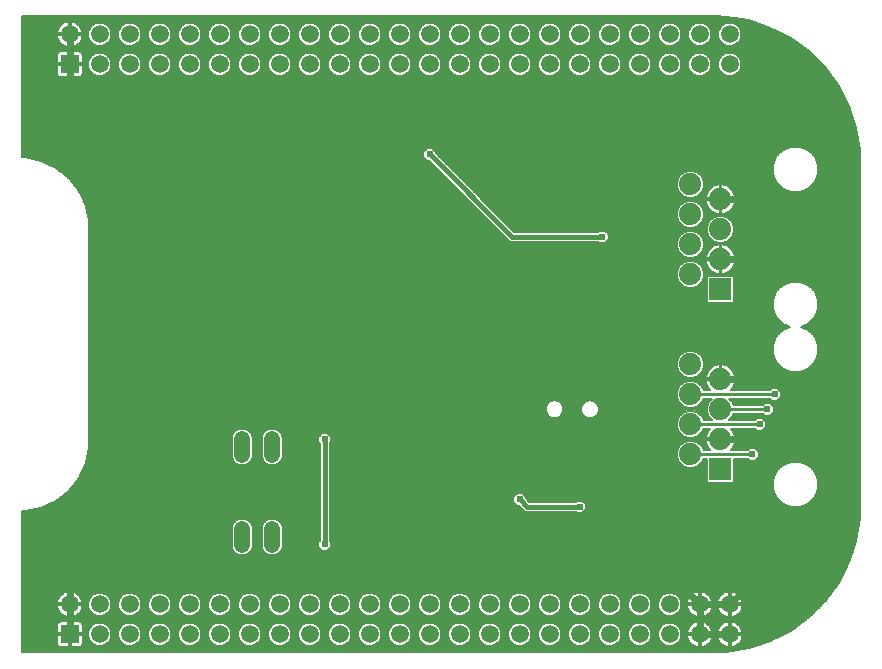
<source format=gbl>
G75*
G70*
%OFA0B0*%
%FSLAX24Y24*%
%IPPOS*%
%LPD*%
%AMOC8*
5,1,8,0,0,1.08239X$1,22.5*
%
%ADD10R,0.0594X0.0594*%
%ADD11C,0.0594*%
%ADD12C,0.0520*%
%ADD13C,0.0740*%
%ADD14R,0.0740X0.0740*%
%ADD15C,0.0240*%
%ADD16C,0.0238*%
%ADD17C,0.0100*%
%ADD18C,0.0060*%
%ADD19C,0.0160*%
D10*
X008000Y000880D03*
X008000Y019880D03*
D11*
X009000Y019880D03*
X010000Y019880D03*
X011000Y019880D03*
X012000Y019880D03*
X013000Y019880D03*
X014000Y019880D03*
X015000Y019880D03*
X016000Y019880D03*
X017000Y019880D03*
X018000Y019880D03*
X019000Y019880D03*
X020000Y019880D03*
X021000Y019880D03*
X022000Y019880D03*
X023000Y019880D03*
X024000Y019880D03*
X025000Y019880D03*
X026000Y019880D03*
X027000Y019880D03*
X028000Y019880D03*
X029000Y019880D03*
X030000Y019880D03*
X030000Y020880D03*
X029000Y020880D03*
X028000Y020880D03*
X027000Y020880D03*
X026000Y020880D03*
X025000Y020880D03*
X024000Y020880D03*
X023000Y020880D03*
X022000Y020880D03*
X021000Y020880D03*
X020000Y020880D03*
X019000Y020880D03*
X018000Y020880D03*
X017000Y020880D03*
X016000Y020880D03*
X015000Y020880D03*
X014000Y020880D03*
X013000Y020880D03*
X012000Y020880D03*
X011000Y020880D03*
X010000Y020880D03*
X009000Y020880D03*
X008000Y020880D03*
X008000Y001880D03*
X009000Y001880D03*
X010000Y001880D03*
X011000Y001880D03*
X012000Y001880D03*
X013000Y001880D03*
X014000Y001880D03*
X015000Y001880D03*
X016000Y001880D03*
X017000Y001880D03*
X018000Y001880D03*
X019000Y001880D03*
X020000Y001880D03*
X021000Y001880D03*
X022000Y001880D03*
X023000Y001880D03*
X024000Y001880D03*
X025000Y001880D03*
X026000Y001880D03*
X027000Y001880D03*
X028000Y001880D03*
X029000Y001880D03*
X030000Y001880D03*
X030000Y000880D03*
X029000Y000880D03*
X028000Y000880D03*
X027000Y000880D03*
X026000Y000880D03*
X025000Y000880D03*
X024000Y000880D03*
X023000Y000880D03*
X022000Y000880D03*
X021000Y000880D03*
X020000Y000880D03*
X019000Y000880D03*
X018000Y000880D03*
X017000Y000880D03*
X016000Y000880D03*
X015000Y000880D03*
X014000Y000880D03*
X013000Y000880D03*
X012000Y000880D03*
X011000Y000880D03*
X010000Y000880D03*
X009000Y000880D03*
D12*
X013750Y003870D02*
X013750Y004390D01*
X014750Y004390D02*
X014750Y003870D01*
X014750Y006870D02*
X014750Y007390D01*
X013750Y007390D02*
X013750Y006870D01*
D13*
X028690Y006880D03*
X029690Y007380D03*
X028690Y007880D03*
X029690Y008380D03*
X028690Y008880D03*
X029690Y009380D03*
X028690Y009880D03*
X028690Y012880D03*
X029690Y013380D03*
X028690Y013880D03*
X029690Y014380D03*
X028690Y014880D03*
X029690Y015380D03*
X028690Y015880D03*
D14*
X029690Y012380D03*
X029690Y006380D03*
D15*
X028250Y005880D02*
X028250Y002630D01*
X029000Y001880D01*
X029000Y000880D01*
X030000Y000880D01*
X030000Y001880D02*
X029000Y001880D01*
X030000Y001880D02*
X033500Y005380D01*
X033500Y007380D01*
X031250Y007380D01*
X029690Y007380D01*
X031250Y007380D01*
X031750Y007380D01*
X032000Y007380D01*
X033500Y007380D01*
X033500Y013380D01*
X030500Y013380D01*
X029690Y013380D01*
X030500Y013380D02*
X030500Y011130D01*
X027250Y011130D01*
X009250Y011130D01*
X009250Y015630D01*
X008000Y016880D01*
X008000Y019630D01*
X008000Y020880D01*
X008000Y019880D02*
X008000Y019630D01*
X009250Y015630D02*
X009250Y011130D01*
X009250Y006130D01*
X008000Y004880D01*
X008000Y001880D01*
X008000Y000880D01*
X027000Y011380D02*
X027250Y011130D01*
X027000Y011380D02*
X027000Y013380D01*
X029690Y015380D02*
X030250Y015380D01*
X030500Y015130D01*
X030500Y013380D01*
X030500Y011130D02*
X030500Y009380D01*
X029690Y009380D01*
D16*
X031250Y008380D03*
X031000Y007880D03*
X030750Y006880D03*
X028250Y005880D03*
X025000Y005130D03*
X023000Y005380D03*
X023000Y006380D03*
X023250Y008380D03*
X017000Y005880D03*
X016500Y007380D03*
X016500Y003880D03*
X031500Y008880D03*
X027000Y013380D03*
X027000Y014130D03*
X026750Y014380D03*
X027250Y014380D03*
X027500Y014130D03*
X027500Y014630D03*
X027250Y014880D03*
X027500Y015130D03*
X027250Y015380D03*
X027500Y015630D03*
X027250Y015880D03*
X027500Y016130D03*
X027250Y016380D03*
X027500Y016630D03*
X027250Y016880D03*
X027500Y017130D03*
X027250Y017380D03*
X027500Y017630D03*
X027250Y017880D03*
X027500Y018130D03*
X027250Y018380D03*
X027500Y018630D03*
X027250Y018880D03*
X027000Y019130D03*
X026750Y018880D03*
X026500Y019130D03*
X026250Y018880D03*
X026000Y019130D03*
X025750Y018880D03*
X025500Y019130D03*
X025250Y018880D03*
X025000Y019130D03*
X024750Y018880D03*
X024500Y019130D03*
X024250Y018880D03*
X024000Y019130D03*
X023750Y018880D03*
X023500Y019130D03*
X023250Y018880D03*
X023000Y019130D03*
X022750Y018880D03*
X022500Y018630D03*
X022750Y018380D03*
X022500Y018130D03*
X022750Y017880D03*
X022500Y017630D03*
X022750Y017380D03*
X022500Y017130D03*
X022750Y016880D03*
X022500Y016630D03*
X022750Y016380D03*
X022500Y016130D03*
X022750Y015880D03*
X020000Y016880D03*
X022500Y019130D03*
X027500Y019130D03*
X025750Y014130D03*
D17*
X028690Y008880D02*
X031500Y008880D01*
X031250Y008380D02*
X029690Y008380D01*
X028690Y007880D02*
X031000Y007880D01*
X030750Y006880D02*
X028690Y006880D01*
X028250Y005880D02*
X024750Y005880D01*
X017000Y005880D01*
X023000Y006380D02*
X024250Y006380D01*
X024375Y006255D01*
X024750Y005880D01*
X024375Y006255D02*
X023250Y007380D01*
X023250Y008380D01*
D18*
X006405Y004975D02*
X006405Y000285D01*
X029500Y000285D01*
X029880Y000300D01*
X030631Y000419D01*
X031354Y000654D01*
X032032Y000999D01*
X032647Y001446D01*
X033184Y001983D01*
X033631Y002598D01*
X033976Y003276D01*
X034211Y003999D01*
X034330Y004750D01*
X034345Y005130D01*
X034345Y016630D01*
X034330Y017010D01*
X034211Y017761D01*
X033976Y018484D01*
X033631Y019162D01*
X033184Y019777D01*
X032647Y020314D01*
X032032Y020761D01*
X031354Y021106D01*
X030631Y021341D01*
X029880Y021460D01*
X029500Y021475D01*
X006405Y021475D01*
X006405Y016785D01*
X006521Y016785D01*
X007049Y016664D01*
X007538Y016429D01*
X007538Y016429D01*
X007961Y016091D01*
X007961Y016091D01*
X008299Y015668D01*
X008299Y015668D01*
X008534Y015179D01*
X008534Y015179D01*
X008655Y014651D01*
X008655Y007316D01*
X008655Y007109D01*
X008534Y006581D01*
X008534Y006581D01*
X008299Y006092D01*
X008299Y006092D01*
X007961Y005669D01*
X007961Y005669D01*
X007961Y005669D01*
X007538Y005331D01*
X007538Y005331D01*
X007049Y005096D01*
X007049Y005096D01*
X006521Y004975D01*
X006405Y004975D01*
X006405Y004927D02*
X016330Y004927D01*
X016330Y004869D02*
X006405Y004869D01*
X006405Y004810D02*
X016330Y004810D01*
X016330Y004752D02*
X006405Y004752D01*
X006405Y004693D02*
X013567Y004693D01*
X013552Y004687D02*
X013453Y004588D01*
X013400Y004460D01*
X013400Y003800D01*
X013453Y003672D01*
X013552Y003573D01*
X013680Y003520D01*
X013820Y003520D01*
X013948Y003573D01*
X014047Y003672D01*
X014100Y003800D01*
X014100Y004460D01*
X014047Y004588D01*
X013948Y004687D01*
X013820Y004740D01*
X013680Y004740D01*
X013552Y004687D01*
X013500Y004635D02*
X006405Y004635D01*
X006405Y004576D02*
X013448Y004576D01*
X013424Y004518D02*
X006405Y004518D01*
X006405Y004459D02*
X013400Y004459D01*
X013400Y004401D02*
X006405Y004401D01*
X006405Y004342D02*
X013400Y004342D01*
X013400Y004284D02*
X006405Y004284D01*
X006405Y004225D02*
X013400Y004225D01*
X013400Y004167D02*
X006405Y004167D01*
X006405Y004108D02*
X013400Y004108D01*
X013400Y004050D02*
X006405Y004050D01*
X006405Y003991D02*
X013400Y003991D01*
X013400Y003933D02*
X006405Y003933D01*
X006405Y003874D02*
X013400Y003874D01*
X013400Y003816D02*
X006405Y003816D01*
X006405Y003757D02*
X013418Y003757D01*
X013442Y003699D02*
X006405Y003699D01*
X006405Y003640D02*
X013485Y003640D01*
X013544Y003582D02*
X006405Y003582D01*
X006405Y003523D02*
X013673Y003523D01*
X013827Y003523D02*
X014673Y003523D01*
X014680Y003520D02*
X014820Y003520D01*
X014948Y003573D01*
X015047Y003672D01*
X015100Y003800D01*
X015100Y004460D01*
X015047Y004588D01*
X014948Y004687D01*
X014820Y004740D01*
X014680Y004740D01*
X014552Y004687D01*
X014453Y004588D01*
X014400Y004460D01*
X014400Y003800D01*
X014453Y003672D01*
X014552Y003573D01*
X014680Y003520D01*
X014827Y003523D02*
X034056Y003523D01*
X034037Y003465D02*
X006405Y003465D01*
X006405Y003406D02*
X034018Y003406D01*
X033999Y003348D02*
X006405Y003348D01*
X006405Y003289D02*
X033980Y003289D01*
X033953Y003231D02*
X006405Y003231D01*
X006405Y003172D02*
X033923Y003172D01*
X033893Y003114D02*
X006405Y003114D01*
X006405Y003055D02*
X033864Y003055D01*
X033834Y002997D02*
X006405Y002997D01*
X006405Y002938D02*
X033804Y002938D01*
X033774Y002880D02*
X006405Y002880D01*
X006405Y002821D02*
X033744Y002821D01*
X033715Y002763D02*
X006405Y002763D01*
X006405Y002704D02*
X033685Y002704D01*
X033655Y002646D02*
X006405Y002646D01*
X006405Y002587D02*
X033623Y002587D01*
X033580Y002529D02*
X006405Y002529D01*
X006405Y002470D02*
X033538Y002470D01*
X033495Y002412D02*
X006405Y002412D01*
X006405Y002353D02*
X033453Y002353D01*
X033410Y002295D02*
X030106Y002295D01*
X030100Y002296D02*
X030034Y002307D01*
X030030Y002307D01*
X030030Y001910D01*
X030427Y001910D01*
X030427Y001914D01*
X030416Y001980D01*
X030396Y002044D01*
X030365Y002104D01*
X030326Y002158D01*
X030278Y002206D01*
X030224Y002245D01*
X030164Y002276D01*
X030100Y002296D01*
X030030Y002295D02*
X029970Y002295D01*
X029970Y002307D02*
X029966Y002307D01*
X029900Y002296D01*
X029836Y002276D01*
X029776Y002245D01*
X029722Y002206D01*
X029674Y002158D01*
X029635Y002104D01*
X029604Y002044D01*
X029584Y001980D01*
X029573Y001914D01*
X029573Y001910D01*
X029970Y001910D01*
X029970Y002307D01*
X029970Y002236D02*
X030030Y002236D01*
X030030Y002178D02*
X029970Y002178D01*
X029970Y002119D02*
X030030Y002119D01*
X030030Y002061D02*
X029970Y002061D01*
X029970Y002002D02*
X030030Y002002D01*
X030030Y001944D02*
X029970Y001944D01*
X029970Y001910D02*
X030030Y001910D01*
X030030Y001850D01*
X030427Y001850D01*
X030427Y001846D01*
X030416Y001780D01*
X030396Y001716D01*
X030365Y001656D01*
X030326Y001602D01*
X030278Y001554D01*
X030224Y001515D01*
X030164Y001484D01*
X030100Y001464D01*
X030034Y001453D01*
X030030Y001453D01*
X030030Y001850D01*
X029970Y001850D01*
X029970Y001453D01*
X029966Y001453D01*
X029900Y001464D01*
X029836Y001484D01*
X029776Y001515D01*
X029722Y001554D01*
X029674Y001602D01*
X029635Y001656D01*
X029604Y001716D01*
X029584Y001780D01*
X029573Y001846D01*
X029573Y001850D01*
X029970Y001850D01*
X029970Y001910D01*
X029970Y001885D02*
X029030Y001885D01*
X029030Y001910D02*
X029427Y001910D01*
X029427Y001914D01*
X029416Y001980D01*
X029396Y002044D01*
X029365Y002104D01*
X029326Y002158D01*
X029278Y002206D01*
X029224Y002245D01*
X029164Y002276D01*
X029100Y002296D01*
X029034Y002307D01*
X029030Y002307D01*
X029030Y001910D01*
X029030Y001850D01*
X029427Y001850D01*
X029427Y001846D01*
X029416Y001780D01*
X029396Y001716D01*
X029365Y001656D01*
X029326Y001602D01*
X029278Y001554D01*
X029224Y001515D01*
X029164Y001484D01*
X029100Y001464D01*
X029034Y001453D01*
X029030Y001453D01*
X029030Y001850D01*
X028970Y001850D01*
X028970Y001453D01*
X028966Y001453D01*
X028900Y001464D01*
X028836Y001484D01*
X028776Y001515D01*
X028722Y001554D01*
X028674Y001602D01*
X028635Y001656D01*
X028604Y001716D01*
X028584Y001780D01*
X028573Y001846D01*
X028573Y001850D01*
X028970Y001850D01*
X028970Y001910D01*
X028970Y002307D01*
X028966Y002307D01*
X028900Y002296D01*
X028836Y002276D01*
X028776Y002245D01*
X028722Y002206D01*
X028674Y002158D01*
X028635Y002104D01*
X028604Y002044D01*
X028584Y001980D01*
X028573Y001914D01*
X028573Y001910D01*
X028970Y001910D01*
X029030Y001910D01*
X029030Y001944D02*
X028970Y001944D01*
X028970Y002002D02*
X029030Y002002D01*
X029030Y002061D02*
X028970Y002061D01*
X028970Y002119D02*
X029030Y002119D01*
X029030Y002178D02*
X028970Y002178D01*
X028970Y002236D02*
X029030Y002236D01*
X029030Y002295D02*
X028970Y002295D01*
X028894Y002295D02*
X008106Y002295D01*
X008100Y002296D02*
X008034Y002307D01*
X008030Y002307D01*
X008030Y001910D01*
X008427Y001910D01*
X008427Y001914D01*
X008416Y001980D01*
X008396Y002044D01*
X008365Y002104D01*
X008326Y002158D01*
X008278Y002206D01*
X008224Y002245D01*
X008164Y002276D01*
X008100Y002296D01*
X008030Y002295D02*
X007970Y002295D01*
X007970Y002307D02*
X007966Y002307D01*
X007900Y002296D01*
X007836Y002276D01*
X007776Y002245D01*
X007722Y002206D01*
X007674Y002158D01*
X007635Y002104D01*
X007604Y002044D01*
X007584Y001980D01*
X007573Y001914D01*
X007573Y001910D01*
X007970Y001910D01*
X007970Y002307D01*
X007970Y002236D02*
X008030Y002236D01*
X008030Y002178D02*
X007970Y002178D01*
X007970Y002119D02*
X008030Y002119D01*
X008030Y002061D02*
X007970Y002061D01*
X007970Y002002D02*
X008030Y002002D01*
X008030Y001944D02*
X007970Y001944D01*
X007970Y001910D02*
X008030Y001910D01*
X008030Y001850D01*
X008427Y001850D01*
X008427Y001846D01*
X008416Y001780D01*
X008396Y001716D01*
X008365Y001656D01*
X008326Y001602D01*
X008278Y001554D01*
X008224Y001515D01*
X008164Y001484D01*
X008100Y001464D01*
X008034Y001453D01*
X008030Y001453D01*
X008030Y001850D01*
X007970Y001850D01*
X007970Y001453D01*
X007966Y001453D01*
X007900Y001464D01*
X007836Y001484D01*
X007776Y001515D01*
X007722Y001554D01*
X007674Y001602D01*
X007635Y001656D01*
X007604Y001716D01*
X007584Y001780D01*
X007573Y001846D01*
X007573Y001850D01*
X007970Y001850D01*
X007970Y001910D01*
X007970Y001885D02*
X006405Y001885D01*
X006405Y001827D02*
X007576Y001827D01*
X007588Y001768D02*
X006405Y001768D01*
X006405Y001710D02*
X007608Y001710D01*
X007639Y001651D02*
X006405Y001651D01*
X006405Y001593D02*
X007684Y001593D01*
X007750Y001534D02*
X006405Y001534D01*
X006405Y001476D02*
X007864Y001476D01*
X007970Y001476D02*
X008030Y001476D01*
X008030Y001534D02*
X007970Y001534D01*
X007970Y001593D02*
X008030Y001593D01*
X008030Y001651D02*
X007970Y001651D01*
X007970Y001710D02*
X008030Y001710D01*
X008030Y001768D02*
X007970Y001768D01*
X007970Y001827D02*
X008030Y001827D01*
X008030Y001885D02*
X008613Y001885D01*
X008613Y001827D02*
X008424Y001827D01*
X008412Y001768D02*
X008628Y001768D01*
X008613Y001803D02*
X008672Y001661D01*
X008781Y001552D01*
X008923Y001493D01*
X009077Y001493D01*
X009219Y001552D01*
X009328Y001661D01*
X009387Y001803D01*
X009387Y001957D01*
X009328Y002099D01*
X009219Y002208D01*
X009077Y002267D01*
X008923Y002267D01*
X008781Y002208D01*
X008672Y002099D01*
X008613Y001957D01*
X008613Y001803D01*
X008652Y001710D02*
X008392Y001710D01*
X008361Y001651D02*
X008682Y001651D01*
X008740Y001593D02*
X008316Y001593D01*
X008250Y001534D02*
X008824Y001534D01*
X008923Y001267D02*
X008781Y001208D01*
X008672Y001099D01*
X008613Y000957D01*
X008613Y000803D01*
X008672Y000661D01*
X008781Y000552D01*
X008923Y000493D01*
X009077Y000493D01*
X009219Y000552D01*
X009328Y000661D01*
X009387Y000803D01*
X009387Y000957D01*
X009328Y001099D01*
X009219Y001208D01*
X009077Y001267D01*
X008923Y001267D01*
X008862Y001242D02*
X008410Y001242D01*
X008418Y001227D02*
X008401Y001257D01*
X008377Y001281D01*
X008347Y001298D01*
X008314Y001307D01*
X008030Y001307D01*
X008030Y000910D01*
X008427Y000910D01*
X008427Y001194D01*
X008418Y001227D01*
X008427Y001183D02*
X008756Y001183D01*
X008697Y001125D02*
X008427Y001125D01*
X008427Y001066D02*
X008658Y001066D01*
X008634Y001008D02*
X008427Y001008D01*
X008427Y000949D02*
X008613Y000949D01*
X008613Y000891D02*
X008030Y000891D01*
X008030Y000910D02*
X008030Y000850D01*
X008427Y000850D01*
X008427Y000566D01*
X008418Y000533D01*
X008401Y000503D01*
X008377Y000479D01*
X008347Y000462D01*
X008314Y000453D01*
X008030Y000453D01*
X008030Y000850D01*
X007970Y000850D01*
X007970Y000453D01*
X007686Y000453D01*
X007653Y000462D01*
X007623Y000479D01*
X007599Y000503D01*
X007582Y000533D01*
X007573Y000566D01*
X007573Y000850D01*
X007970Y000850D01*
X007970Y000910D01*
X007970Y001307D01*
X007686Y001307D01*
X007653Y001298D01*
X007623Y001281D01*
X007599Y001257D01*
X007582Y001227D01*
X007573Y001194D01*
X007573Y000910D01*
X007970Y000910D01*
X008030Y000910D01*
X008030Y000949D02*
X007970Y000949D01*
X007970Y000891D02*
X006405Y000891D01*
X006405Y000949D02*
X007573Y000949D01*
X007573Y001008D02*
X006405Y001008D01*
X006405Y001066D02*
X007573Y001066D01*
X007573Y001125D02*
X006405Y001125D01*
X006405Y001183D02*
X007573Y001183D01*
X007590Y001242D02*
X006405Y001242D01*
X006405Y001300D02*
X007660Y001300D01*
X007970Y001300D02*
X008030Y001300D01*
X008030Y001242D02*
X007970Y001242D01*
X007970Y001183D02*
X008030Y001183D01*
X008030Y001125D02*
X007970Y001125D01*
X007970Y001066D02*
X008030Y001066D01*
X008030Y001008D02*
X007970Y001008D01*
X007970Y000832D02*
X008030Y000832D01*
X008030Y000774D02*
X007970Y000774D01*
X007970Y000715D02*
X008030Y000715D01*
X008030Y000657D02*
X007970Y000657D01*
X007970Y000598D02*
X008030Y000598D01*
X008030Y000540D02*
X007970Y000540D01*
X007970Y000481D02*
X008030Y000481D01*
X008379Y000481D02*
X028847Y000481D01*
X028836Y000484D02*
X028900Y000464D01*
X028966Y000453D01*
X028970Y000453D01*
X028970Y000850D01*
X029030Y000850D01*
X029030Y000910D01*
X029427Y000910D01*
X029427Y000914D01*
X029416Y000980D01*
X029396Y001044D01*
X029365Y001104D01*
X029326Y001158D01*
X029278Y001206D01*
X029224Y001245D01*
X029164Y001276D01*
X029100Y001296D01*
X029034Y001307D01*
X029030Y001307D01*
X029030Y000910D01*
X028970Y000910D01*
X028970Y001307D01*
X028966Y001307D01*
X028900Y001296D01*
X028836Y001276D01*
X028776Y001245D01*
X028722Y001206D01*
X028674Y001158D01*
X028635Y001104D01*
X028604Y001044D01*
X028584Y000980D01*
X028573Y000914D01*
X028573Y000910D01*
X028970Y000910D01*
X028970Y000850D01*
X028573Y000850D01*
X028573Y000846D01*
X028584Y000780D01*
X028604Y000716D01*
X028635Y000656D01*
X028674Y000602D01*
X028722Y000554D01*
X028776Y000515D01*
X028836Y000484D01*
X028742Y000540D02*
X028189Y000540D01*
X028219Y000552D02*
X028328Y000661D01*
X028387Y000803D01*
X028387Y000957D01*
X028328Y001099D01*
X028219Y001208D01*
X028077Y001267D01*
X027923Y001267D01*
X027781Y001208D01*
X027672Y001099D01*
X027613Y000957D01*
X027613Y000803D01*
X027672Y000661D01*
X027781Y000552D01*
X027923Y000493D01*
X028077Y000493D01*
X028219Y000552D01*
X028265Y000598D02*
X028678Y000598D01*
X028635Y000657D02*
X028324Y000657D01*
X028350Y000715D02*
X028605Y000715D01*
X028586Y000774D02*
X028375Y000774D01*
X028387Y000832D02*
X028575Y000832D01*
X028579Y000949D02*
X028387Y000949D01*
X028387Y000891D02*
X028970Y000891D01*
X028970Y000949D02*
X029030Y000949D01*
X029030Y000891D02*
X029970Y000891D01*
X029970Y000910D02*
X029970Y000850D01*
X030030Y000850D01*
X030030Y000910D01*
X030427Y000910D01*
X030427Y000914D01*
X030416Y000980D01*
X030396Y001044D01*
X030365Y001104D01*
X030326Y001158D01*
X030278Y001206D01*
X030224Y001245D01*
X030164Y001276D01*
X030100Y001296D01*
X030034Y001307D01*
X030030Y001307D01*
X030030Y000910D01*
X029970Y000910D01*
X029970Y001307D01*
X029966Y001307D01*
X029900Y001296D01*
X029836Y001276D01*
X029776Y001245D01*
X029722Y001206D01*
X029674Y001158D01*
X029635Y001104D01*
X029604Y001044D01*
X029584Y000980D01*
X029573Y000914D01*
X029573Y000910D01*
X029970Y000910D01*
X029970Y000949D02*
X030030Y000949D01*
X030030Y000891D02*
X031819Y000891D01*
X031933Y000949D02*
X030421Y000949D01*
X030407Y001008D02*
X032043Y001008D01*
X032124Y001066D02*
X030384Y001066D01*
X030350Y001125D02*
X032204Y001125D01*
X032285Y001183D02*
X030301Y001183D01*
X030229Y001242D02*
X032365Y001242D01*
X032446Y001300D02*
X030077Y001300D01*
X030030Y001300D02*
X029970Y001300D01*
X029923Y001300D02*
X029077Y001300D01*
X029030Y001300D02*
X028970Y001300D01*
X028923Y001300D02*
X008340Y001300D01*
X008136Y001476D02*
X028864Y001476D01*
X028970Y001476D02*
X029030Y001476D01*
X029030Y001534D02*
X028970Y001534D01*
X028970Y001593D02*
X029030Y001593D01*
X029030Y001651D02*
X028970Y001651D01*
X028970Y001710D02*
X029030Y001710D01*
X029030Y001768D02*
X028970Y001768D01*
X028970Y001827D02*
X029030Y001827D01*
X028970Y001885D02*
X028387Y001885D01*
X028387Y001827D02*
X028576Y001827D01*
X028588Y001768D02*
X028372Y001768D01*
X028387Y001803D02*
X028328Y001661D01*
X028219Y001552D01*
X028077Y001493D01*
X027923Y001493D01*
X027781Y001552D01*
X027672Y001661D01*
X027613Y001803D01*
X027613Y001957D01*
X027672Y002099D01*
X027781Y002208D01*
X027923Y002267D01*
X028077Y002267D01*
X028219Y002208D01*
X028328Y002099D01*
X028387Y001957D01*
X028387Y001803D01*
X028348Y001710D02*
X028608Y001710D01*
X028639Y001651D02*
X028318Y001651D01*
X028260Y001593D02*
X028684Y001593D01*
X028750Y001534D02*
X028176Y001534D01*
X028138Y001242D02*
X028771Y001242D01*
X028699Y001183D02*
X028244Y001183D01*
X028303Y001125D02*
X028650Y001125D01*
X028616Y001066D02*
X028342Y001066D01*
X028366Y001008D02*
X028593Y001008D01*
X028970Y001008D02*
X029030Y001008D01*
X029030Y001066D02*
X028970Y001066D01*
X028970Y001125D02*
X029030Y001125D01*
X029030Y001183D02*
X028970Y001183D01*
X028970Y001242D02*
X029030Y001242D01*
X029229Y001242D02*
X029771Y001242D01*
X029699Y001183D02*
X029301Y001183D01*
X029350Y001125D02*
X029650Y001125D01*
X029616Y001066D02*
X029384Y001066D01*
X029407Y001008D02*
X029593Y001008D01*
X029579Y000949D02*
X029421Y000949D01*
X029427Y000850D02*
X029030Y000850D01*
X029030Y000453D01*
X029034Y000453D01*
X029100Y000464D01*
X029164Y000484D01*
X029224Y000515D01*
X029278Y000554D01*
X029326Y000602D01*
X029365Y000656D01*
X029396Y000716D01*
X029416Y000780D01*
X029427Y000846D01*
X029427Y000850D01*
X029425Y000832D02*
X029575Y000832D01*
X029573Y000846D02*
X029584Y000780D01*
X029604Y000716D01*
X029635Y000656D01*
X029674Y000602D01*
X029722Y000554D01*
X029776Y000515D01*
X029836Y000484D01*
X029900Y000464D01*
X029966Y000453D01*
X029970Y000453D01*
X029970Y000850D01*
X029573Y000850D01*
X029573Y000846D01*
X029586Y000774D02*
X029414Y000774D01*
X029395Y000715D02*
X029605Y000715D01*
X029635Y000657D02*
X029365Y000657D01*
X029322Y000598D02*
X029678Y000598D01*
X029742Y000540D02*
X029258Y000540D01*
X029153Y000481D02*
X029847Y000481D01*
X029970Y000481D02*
X030030Y000481D01*
X030030Y000453D02*
X030034Y000453D01*
X030100Y000464D01*
X030164Y000484D01*
X030224Y000515D01*
X030278Y000554D01*
X030326Y000602D01*
X030365Y000656D01*
X030396Y000716D01*
X030416Y000780D01*
X030427Y000846D01*
X030427Y000850D01*
X030030Y000850D01*
X030030Y000453D01*
X030030Y000540D02*
X029970Y000540D01*
X029970Y000598D02*
X030030Y000598D01*
X030030Y000657D02*
X029970Y000657D01*
X029970Y000715D02*
X030030Y000715D01*
X030030Y000774D02*
X029970Y000774D01*
X029970Y000832D02*
X030030Y000832D01*
X030030Y001008D02*
X029970Y001008D01*
X029970Y001066D02*
X030030Y001066D01*
X030030Y001125D02*
X029970Y001125D01*
X029970Y001183D02*
X030030Y001183D01*
X030030Y001242D02*
X029970Y001242D01*
X029970Y001476D02*
X030030Y001476D01*
X030030Y001534D02*
X029970Y001534D01*
X029970Y001593D02*
X030030Y001593D01*
X030030Y001651D02*
X029970Y001651D01*
X029970Y001710D02*
X030030Y001710D01*
X030030Y001768D02*
X029970Y001768D01*
X029970Y001827D02*
X030030Y001827D01*
X030030Y001885D02*
X033086Y001885D01*
X033144Y001944D02*
X030422Y001944D01*
X030409Y002002D02*
X033198Y002002D01*
X033240Y002061D02*
X030387Y002061D01*
X030354Y002119D02*
X033283Y002119D01*
X033325Y002178D02*
X030306Y002178D01*
X030236Y002236D02*
X033368Y002236D01*
X033027Y001827D02*
X030424Y001827D01*
X030412Y001768D02*
X032969Y001768D01*
X032910Y001710D02*
X030392Y001710D01*
X030361Y001651D02*
X032852Y001651D01*
X032793Y001593D02*
X030316Y001593D01*
X030250Y001534D02*
X032735Y001534D01*
X032676Y001476D02*
X030136Y001476D01*
X029864Y001476D02*
X029136Y001476D01*
X029250Y001534D02*
X029750Y001534D01*
X029684Y001593D02*
X029316Y001593D01*
X029361Y001651D02*
X029639Y001651D01*
X029608Y001710D02*
X029392Y001710D01*
X029412Y001768D02*
X029588Y001768D01*
X029576Y001827D02*
X029424Y001827D01*
X029422Y001944D02*
X029578Y001944D01*
X029591Y002002D02*
X029409Y002002D01*
X029387Y002061D02*
X029613Y002061D01*
X029646Y002119D02*
X029354Y002119D01*
X029306Y002178D02*
X029694Y002178D01*
X029764Y002236D02*
X029236Y002236D01*
X029106Y002295D02*
X029894Y002295D01*
X028764Y002236D02*
X028151Y002236D01*
X028250Y002178D02*
X028694Y002178D01*
X028646Y002119D02*
X028308Y002119D01*
X028344Y002061D02*
X028613Y002061D01*
X028591Y002002D02*
X028368Y002002D01*
X028387Y001944D02*
X028578Y001944D01*
X027849Y002236D02*
X027151Y002236D01*
X027219Y002208D02*
X027077Y002267D01*
X026923Y002267D01*
X026781Y002208D01*
X026672Y002099D01*
X026613Y001957D01*
X026613Y001803D01*
X026672Y001661D01*
X026781Y001552D01*
X026923Y001493D01*
X027077Y001493D01*
X027219Y001552D01*
X027328Y001661D01*
X027387Y001803D01*
X027387Y001957D01*
X027328Y002099D01*
X027219Y002208D01*
X027250Y002178D02*
X027750Y002178D01*
X027692Y002119D02*
X027308Y002119D01*
X027344Y002061D02*
X027656Y002061D01*
X027632Y002002D02*
X027368Y002002D01*
X027387Y001944D02*
X027613Y001944D01*
X027613Y001885D02*
X027387Y001885D01*
X027387Y001827D02*
X027613Y001827D01*
X027628Y001768D02*
X027372Y001768D01*
X027348Y001710D02*
X027652Y001710D01*
X027682Y001651D02*
X027318Y001651D01*
X027260Y001593D02*
X027740Y001593D01*
X027824Y001534D02*
X027176Y001534D01*
X027077Y001267D02*
X026923Y001267D01*
X026781Y001208D01*
X026672Y001099D01*
X026613Y000957D01*
X026613Y000803D01*
X026672Y000661D01*
X026781Y000552D01*
X026923Y000493D01*
X027077Y000493D01*
X027219Y000552D01*
X027328Y000661D01*
X027387Y000803D01*
X027387Y000957D01*
X027328Y001099D01*
X027219Y001208D01*
X027077Y001267D01*
X027138Y001242D02*
X027862Y001242D01*
X027756Y001183D02*
X027244Y001183D01*
X027303Y001125D02*
X027697Y001125D01*
X027658Y001066D02*
X027342Y001066D01*
X027366Y001008D02*
X027634Y001008D01*
X027613Y000949D02*
X027387Y000949D01*
X027387Y000891D02*
X027613Y000891D01*
X027613Y000832D02*
X027387Y000832D01*
X027375Y000774D02*
X027625Y000774D01*
X027650Y000715D02*
X027350Y000715D01*
X027324Y000657D02*
X027676Y000657D01*
X027735Y000598D02*
X027265Y000598D01*
X027189Y000540D02*
X027811Y000540D01*
X026811Y000540D02*
X026189Y000540D01*
X026219Y000552D02*
X026328Y000661D01*
X026387Y000803D01*
X026387Y000957D01*
X026328Y001099D01*
X026219Y001208D01*
X026077Y001267D01*
X025923Y001267D01*
X025781Y001208D01*
X025672Y001099D01*
X025613Y000957D01*
X025613Y000803D01*
X025672Y000661D01*
X025781Y000552D01*
X025923Y000493D01*
X026077Y000493D01*
X026219Y000552D01*
X026265Y000598D02*
X026735Y000598D01*
X026676Y000657D02*
X026324Y000657D01*
X026350Y000715D02*
X026650Y000715D01*
X026625Y000774D02*
X026375Y000774D01*
X026387Y000832D02*
X026613Y000832D01*
X026613Y000891D02*
X026387Y000891D01*
X026387Y000949D02*
X026613Y000949D01*
X026634Y001008D02*
X026366Y001008D01*
X026342Y001066D02*
X026658Y001066D01*
X026697Y001125D02*
X026303Y001125D01*
X026244Y001183D02*
X026756Y001183D01*
X026862Y001242D02*
X026138Y001242D01*
X026077Y001493D02*
X025923Y001493D01*
X025781Y001552D01*
X025672Y001661D01*
X025613Y001803D01*
X025613Y001957D01*
X025672Y002099D01*
X025781Y002208D01*
X025923Y002267D01*
X026077Y002267D01*
X026219Y002208D01*
X026328Y002099D01*
X026387Y001957D01*
X026387Y001803D01*
X026328Y001661D01*
X026219Y001552D01*
X026077Y001493D01*
X026176Y001534D02*
X026824Y001534D01*
X026740Y001593D02*
X026260Y001593D01*
X026318Y001651D02*
X026682Y001651D01*
X026652Y001710D02*
X026348Y001710D01*
X026372Y001768D02*
X026628Y001768D01*
X026613Y001827D02*
X026387Y001827D01*
X026387Y001885D02*
X026613Y001885D01*
X026613Y001944D02*
X026387Y001944D01*
X026368Y002002D02*
X026632Y002002D01*
X026656Y002061D02*
X026344Y002061D01*
X026308Y002119D02*
X026692Y002119D01*
X026750Y002178D02*
X026250Y002178D01*
X026151Y002236D02*
X026849Y002236D01*
X025849Y002236D02*
X025151Y002236D01*
X025219Y002208D02*
X025077Y002267D01*
X024923Y002267D01*
X024781Y002208D01*
X024672Y002099D01*
X024613Y001957D01*
X024613Y001803D01*
X024672Y001661D01*
X024781Y001552D01*
X024923Y001493D01*
X025077Y001493D01*
X025219Y001552D01*
X025328Y001661D01*
X025387Y001803D01*
X025387Y001957D01*
X025328Y002099D01*
X025219Y002208D01*
X025250Y002178D02*
X025750Y002178D01*
X025692Y002119D02*
X025308Y002119D01*
X025344Y002061D02*
X025656Y002061D01*
X025632Y002002D02*
X025368Y002002D01*
X025387Y001944D02*
X025613Y001944D01*
X025613Y001885D02*
X025387Y001885D01*
X025387Y001827D02*
X025613Y001827D01*
X025628Y001768D02*
X025372Y001768D01*
X025348Y001710D02*
X025652Y001710D01*
X025682Y001651D02*
X025318Y001651D01*
X025260Y001593D02*
X025740Y001593D01*
X025824Y001534D02*
X025176Y001534D01*
X025077Y001267D02*
X024923Y001267D01*
X024781Y001208D01*
X024672Y001099D01*
X024613Y000957D01*
X024613Y000803D01*
X024672Y000661D01*
X024781Y000552D01*
X024923Y000493D01*
X025077Y000493D01*
X025219Y000552D01*
X025328Y000661D01*
X025387Y000803D01*
X025387Y000957D01*
X025328Y001099D01*
X025219Y001208D01*
X025077Y001267D01*
X025138Y001242D02*
X025862Y001242D01*
X025756Y001183D02*
X025244Y001183D01*
X025303Y001125D02*
X025697Y001125D01*
X025658Y001066D02*
X025342Y001066D01*
X025366Y001008D02*
X025634Y001008D01*
X025613Y000949D02*
X025387Y000949D01*
X025387Y000891D02*
X025613Y000891D01*
X025613Y000832D02*
X025387Y000832D01*
X025375Y000774D02*
X025625Y000774D01*
X025650Y000715D02*
X025350Y000715D01*
X025324Y000657D02*
X025676Y000657D01*
X025735Y000598D02*
X025265Y000598D01*
X025189Y000540D02*
X025811Y000540D01*
X024811Y000540D02*
X024189Y000540D01*
X024219Y000552D02*
X024328Y000661D01*
X024387Y000803D01*
X024387Y000957D01*
X024328Y001099D01*
X024219Y001208D01*
X024077Y001267D01*
X023923Y001267D01*
X023781Y001208D01*
X023672Y001099D01*
X023613Y000957D01*
X023613Y000803D01*
X023672Y000661D01*
X023781Y000552D01*
X023923Y000493D01*
X024077Y000493D01*
X024219Y000552D01*
X024265Y000598D02*
X024735Y000598D01*
X024676Y000657D02*
X024324Y000657D01*
X024350Y000715D02*
X024650Y000715D01*
X024625Y000774D02*
X024375Y000774D01*
X024387Y000832D02*
X024613Y000832D01*
X024613Y000891D02*
X024387Y000891D01*
X024387Y000949D02*
X024613Y000949D01*
X024634Y001008D02*
X024366Y001008D01*
X024342Y001066D02*
X024658Y001066D01*
X024697Y001125D02*
X024303Y001125D01*
X024244Y001183D02*
X024756Y001183D01*
X024862Y001242D02*
X024138Y001242D01*
X024077Y001493D02*
X024219Y001552D01*
X024328Y001661D01*
X024387Y001803D01*
X024387Y001957D01*
X024328Y002099D01*
X024219Y002208D01*
X024077Y002267D01*
X023923Y002267D01*
X023781Y002208D01*
X023672Y002099D01*
X023613Y001957D01*
X023613Y001803D01*
X023672Y001661D01*
X023781Y001552D01*
X023923Y001493D01*
X024077Y001493D01*
X024176Y001534D02*
X024824Y001534D01*
X024740Y001593D02*
X024260Y001593D01*
X024318Y001651D02*
X024682Y001651D01*
X024652Y001710D02*
X024348Y001710D01*
X024372Y001768D02*
X024628Y001768D01*
X024613Y001827D02*
X024387Y001827D01*
X024387Y001885D02*
X024613Y001885D01*
X024613Y001944D02*
X024387Y001944D01*
X024368Y002002D02*
X024632Y002002D01*
X024656Y002061D02*
X024344Y002061D01*
X024308Y002119D02*
X024692Y002119D01*
X024750Y002178D02*
X024250Y002178D01*
X024151Y002236D02*
X024849Y002236D01*
X023849Y002236D02*
X023151Y002236D01*
X023219Y002208D02*
X023077Y002267D01*
X022923Y002267D01*
X022781Y002208D01*
X022672Y002099D01*
X022613Y001957D01*
X022613Y001803D01*
X022672Y001661D01*
X022781Y001552D01*
X022923Y001493D01*
X023077Y001493D01*
X023219Y001552D01*
X023328Y001661D01*
X023387Y001803D01*
X023387Y001957D01*
X023328Y002099D01*
X023219Y002208D01*
X023250Y002178D02*
X023750Y002178D01*
X023692Y002119D02*
X023308Y002119D01*
X023344Y002061D02*
X023656Y002061D01*
X023632Y002002D02*
X023368Y002002D01*
X023387Y001944D02*
X023613Y001944D01*
X023613Y001885D02*
X023387Y001885D01*
X023387Y001827D02*
X023613Y001827D01*
X023628Y001768D02*
X023372Y001768D01*
X023348Y001710D02*
X023652Y001710D01*
X023682Y001651D02*
X023318Y001651D01*
X023260Y001593D02*
X023740Y001593D01*
X023824Y001534D02*
X023176Y001534D01*
X023077Y001267D02*
X022923Y001267D01*
X022781Y001208D01*
X022672Y001099D01*
X022613Y000957D01*
X022613Y000803D01*
X022672Y000661D01*
X022781Y000552D01*
X022923Y000493D01*
X023077Y000493D01*
X023219Y000552D01*
X023328Y000661D01*
X023387Y000803D01*
X023387Y000957D01*
X023328Y001099D01*
X023219Y001208D01*
X023077Y001267D01*
X023138Y001242D02*
X023862Y001242D01*
X023756Y001183D02*
X023244Y001183D01*
X023303Y001125D02*
X023697Y001125D01*
X023658Y001066D02*
X023342Y001066D01*
X023366Y001008D02*
X023634Y001008D01*
X023613Y000949D02*
X023387Y000949D01*
X023387Y000891D02*
X023613Y000891D01*
X023613Y000832D02*
X023387Y000832D01*
X023375Y000774D02*
X023625Y000774D01*
X023650Y000715D02*
X023350Y000715D01*
X023324Y000657D02*
X023676Y000657D01*
X023735Y000598D02*
X023265Y000598D01*
X023189Y000540D02*
X023811Y000540D01*
X022811Y000540D02*
X022189Y000540D01*
X022219Y000552D02*
X022328Y000661D01*
X022387Y000803D01*
X022387Y000957D01*
X022328Y001099D01*
X022219Y001208D01*
X022077Y001267D01*
X021923Y001267D01*
X021781Y001208D01*
X021672Y001099D01*
X021613Y000957D01*
X021613Y000803D01*
X021672Y000661D01*
X021781Y000552D01*
X021923Y000493D01*
X022077Y000493D01*
X022219Y000552D01*
X022265Y000598D02*
X022735Y000598D01*
X022676Y000657D02*
X022324Y000657D01*
X022350Y000715D02*
X022650Y000715D01*
X022625Y000774D02*
X022375Y000774D01*
X022387Y000832D02*
X022613Y000832D01*
X022613Y000891D02*
X022387Y000891D01*
X022387Y000949D02*
X022613Y000949D01*
X022634Y001008D02*
X022366Y001008D01*
X022342Y001066D02*
X022658Y001066D01*
X022697Y001125D02*
X022303Y001125D01*
X022244Y001183D02*
X022756Y001183D01*
X022862Y001242D02*
X022138Y001242D01*
X022077Y001493D02*
X021923Y001493D01*
X021781Y001552D01*
X021672Y001661D01*
X021613Y001803D01*
X021613Y001957D01*
X021672Y002099D01*
X021781Y002208D01*
X021923Y002267D01*
X022077Y002267D01*
X022219Y002208D01*
X022328Y002099D01*
X022387Y001957D01*
X022387Y001803D01*
X022328Y001661D01*
X022219Y001552D01*
X022077Y001493D01*
X022176Y001534D02*
X022824Y001534D01*
X022740Y001593D02*
X022260Y001593D01*
X022318Y001651D02*
X022682Y001651D01*
X022652Y001710D02*
X022348Y001710D01*
X022372Y001768D02*
X022628Y001768D01*
X022613Y001827D02*
X022387Y001827D01*
X022387Y001885D02*
X022613Y001885D01*
X022613Y001944D02*
X022387Y001944D01*
X022368Y002002D02*
X022632Y002002D01*
X022656Y002061D02*
X022344Y002061D01*
X022308Y002119D02*
X022692Y002119D01*
X022750Y002178D02*
X022250Y002178D01*
X022151Y002236D02*
X022849Y002236D01*
X021849Y002236D02*
X021151Y002236D01*
X021219Y002208D02*
X021077Y002267D01*
X020923Y002267D01*
X020781Y002208D01*
X020672Y002099D01*
X020613Y001957D01*
X020613Y001803D01*
X020672Y001661D01*
X020781Y001552D01*
X020923Y001493D01*
X021077Y001493D01*
X021219Y001552D01*
X021328Y001661D01*
X021387Y001803D01*
X021387Y001957D01*
X021328Y002099D01*
X021219Y002208D01*
X021250Y002178D02*
X021750Y002178D01*
X021692Y002119D02*
X021308Y002119D01*
X021344Y002061D02*
X021656Y002061D01*
X021632Y002002D02*
X021368Y002002D01*
X021387Y001944D02*
X021613Y001944D01*
X021613Y001885D02*
X021387Y001885D01*
X021387Y001827D02*
X021613Y001827D01*
X021628Y001768D02*
X021372Y001768D01*
X021348Y001710D02*
X021652Y001710D01*
X021682Y001651D02*
X021318Y001651D01*
X021260Y001593D02*
X021740Y001593D01*
X021824Y001534D02*
X021176Y001534D01*
X021077Y001267D02*
X020923Y001267D01*
X020781Y001208D01*
X020672Y001099D01*
X020613Y000957D01*
X020613Y000803D01*
X020672Y000661D01*
X020781Y000552D01*
X020923Y000493D01*
X021077Y000493D01*
X021219Y000552D01*
X021328Y000661D01*
X021387Y000803D01*
X021387Y000957D01*
X021328Y001099D01*
X021219Y001208D01*
X021077Y001267D01*
X021138Y001242D02*
X021862Y001242D01*
X021756Y001183D02*
X021244Y001183D01*
X021303Y001125D02*
X021697Y001125D01*
X021658Y001066D02*
X021342Y001066D01*
X021366Y001008D02*
X021634Y001008D01*
X021613Y000949D02*
X021387Y000949D01*
X021387Y000891D02*
X021613Y000891D01*
X021613Y000832D02*
X021387Y000832D01*
X021375Y000774D02*
X021625Y000774D01*
X021650Y000715D02*
X021350Y000715D01*
X021324Y000657D02*
X021676Y000657D01*
X021735Y000598D02*
X021265Y000598D01*
X021189Y000540D02*
X021811Y000540D01*
X020811Y000540D02*
X020189Y000540D01*
X020219Y000552D02*
X020328Y000661D01*
X020387Y000803D01*
X020387Y000957D01*
X020328Y001099D01*
X020219Y001208D01*
X020077Y001267D01*
X019923Y001267D01*
X019781Y001208D01*
X019672Y001099D01*
X019613Y000957D01*
X019613Y000803D01*
X019672Y000661D01*
X019781Y000552D01*
X019923Y000493D01*
X020077Y000493D01*
X020219Y000552D01*
X020265Y000598D02*
X020735Y000598D01*
X020676Y000657D02*
X020324Y000657D01*
X020350Y000715D02*
X020650Y000715D01*
X020625Y000774D02*
X020375Y000774D01*
X020387Y000832D02*
X020613Y000832D01*
X020613Y000891D02*
X020387Y000891D01*
X020387Y000949D02*
X020613Y000949D01*
X020634Y001008D02*
X020366Y001008D01*
X020342Y001066D02*
X020658Y001066D01*
X020697Y001125D02*
X020303Y001125D01*
X020244Y001183D02*
X020756Y001183D01*
X020862Y001242D02*
X020138Y001242D01*
X020077Y001493D02*
X020219Y001552D01*
X020328Y001661D01*
X020387Y001803D01*
X020387Y001957D01*
X020328Y002099D01*
X020219Y002208D01*
X020077Y002267D01*
X019923Y002267D01*
X019781Y002208D01*
X019672Y002099D01*
X019613Y001957D01*
X019613Y001803D01*
X019672Y001661D01*
X019781Y001552D01*
X019923Y001493D01*
X020077Y001493D01*
X020176Y001534D02*
X020824Y001534D01*
X020740Y001593D02*
X020260Y001593D01*
X020318Y001651D02*
X020682Y001651D01*
X020652Y001710D02*
X020348Y001710D01*
X020372Y001768D02*
X020628Y001768D01*
X020613Y001827D02*
X020387Y001827D01*
X020387Y001885D02*
X020613Y001885D01*
X020613Y001944D02*
X020387Y001944D01*
X020368Y002002D02*
X020632Y002002D01*
X020656Y002061D02*
X020344Y002061D01*
X020308Y002119D02*
X020692Y002119D01*
X020750Y002178D02*
X020250Y002178D01*
X020151Y002236D02*
X020849Y002236D01*
X019849Y002236D02*
X019151Y002236D01*
X019219Y002208D02*
X019077Y002267D01*
X018923Y002267D01*
X018781Y002208D01*
X018672Y002099D01*
X018613Y001957D01*
X018613Y001803D01*
X018672Y001661D01*
X018781Y001552D01*
X018923Y001493D01*
X019077Y001493D01*
X019219Y001552D01*
X019328Y001661D01*
X019387Y001803D01*
X019387Y001957D01*
X019328Y002099D01*
X019219Y002208D01*
X019250Y002178D02*
X019750Y002178D01*
X019692Y002119D02*
X019308Y002119D01*
X019344Y002061D02*
X019656Y002061D01*
X019632Y002002D02*
X019368Y002002D01*
X019387Y001944D02*
X019613Y001944D01*
X019613Y001885D02*
X019387Y001885D01*
X019387Y001827D02*
X019613Y001827D01*
X019628Y001768D02*
X019372Y001768D01*
X019348Y001710D02*
X019652Y001710D01*
X019682Y001651D02*
X019318Y001651D01*
X019260Y001593D02*
X019740Y001593D01*
X019824Y001534D02*
X019176Y001534D01*
X019077Y001267D02*
X018923Y001267D01*
X018781Y001208D01*
X018672Y001099D01*
X018613Y000957D01*
X018613Y000803D01*
X018672Y000661D01*
X018781Y000552D01*
X018923Y000493D01*
X019077Y000493D01*
X019219Y000552D01*
X019328Y000661D01*
X019387Y000803D01*
X019387Y000957D01*
X019328Y001099D01*
X019219Y001208D01*
X019077Y001267D01*
X019138Y001242D02*
X019862Y001242D01*
X019756Y001183D02*
X019244Y001183D01*
X019303Y001125D02*
X019697Y001125D01*
X019658Y001066D02*
X019342Y001066D01*
X019366Y001008D02*
X019634Y001008D01*
X019613Y000949D02*
X019387Y000949D01*
X019387Y000891D02*
X019613Y000891D01*
X019613Y000832D02*
X019387Y000832D01*
X019375Y000774D02*
X019625Y000774D01*
X019650Y000715D02*
X019350Y000715D01*
X019324Y000657D02*
X019676Y000657D01*
X019735Y000598D02*
X019265Y000598D01*
X019189Y000540D02*
X019811Y000540D01*
X018811Y000540D02*
X018189Y000540D01*
X018219Y000552D02*
X018328Y000661D01*
X018387Y000803D01*
X018387Y000957D01*
X018328Y001099D01*
X018219Y001208D01*
X018077Y001267D01*
X017923Y001267D01*
X017781Y001208D01*
X017672Y001099D01*
X017613Y000957D01*
X017613Y000803D01*
X017672Y000661D01*
X017781Y000552D01*
X017923Y000493D01*
X018077Y000493D01*
X018219Y000552D01*
X018265Y000598D02*
X018735Y000598D01*
X018676Y000657D02*
X018324Y000657D01*
X018350Y000715D02*
X018650Y000715D01*
X018625Y000774D02*
X018375Y000774D01*
X018387Y000832D02*
X018613Y000832D01*
X018613Y000891D02*
X018387Y000891D01*
X018387Y000949D02*
X018613Y000949D01*
X018634Y001008D02*
X018366Y001008D01*
X018342Y001066D02*
X018658Y001066D01*
X018697Y001125D02*
X018303Y001125D01*
X018244Y001183D02*
X018756Y001183D01*
X018862Y001242D02*
X018138Y001242D01*
X018077Y001493D02*
X017923Y001493D01*
X017781Y001552D01*
X017672Y001661D01*
X017613Y001803D01*
X017613Y001957D01*
X017672Y002099D01*
X017781Y002208D01*
X017923Y002267D01*
X018077Y002267D01*
X018219Y002208D01*
X018328Y002099D01*
X018387Y001957D01*
X018387Y001803D01*
X018328Y001661D01*
X018219Y001552D01*
X018077Y001493D01*
X018176Y001534D02*
X018824Y001534D01*
X018740Y001593D02*
X018260Y001593D01*
X018318Y001651D02*
X018682Y001651D01*
X018652Y001710D02*
X018348Y001710D01*
X018372Y001768D02*
X018628Y001768D01*
X018613Y001827D02*
X018387Y001827D01*
X018387Y001885D02*
X018613Y001885D01*
X018613Y001944D02*
X018387Y001944D01*
X018368Y002002D02*
X018632Y002002D01*
X018656Y002061D02*
X018344Y002061D01*
X018308Y002119D02*
X018692Y002119D01*
X018750Y002178D02*
X018250Y002178D01*
X018151Y002236D02*
X018849Y002236D01*
X017849Y002236D02*
X017151Y002236D01*
X017219Y002208D02*
X017077Y002267D01*
X016923Y002267D01*
X016781Y002208D01*
X016672Y002099D01*
X016613Y001957D01*
X016613Y001803D01*
X016672Y001661D01*
X016781Y001552D01*
X016923Y001493D01*
X017077Y001493D01*
X017219Y001552D01*
X017328Y001661D01*
X017387Y001803D01*
X017387Y001957D01*
X017328Y002099D01*
X017219Y002208D01*
X017250Y002178D02*
X017750Y002178D01*
X017692Y002119D02*
X017308Y002119D01*
X017344Y002061D02*
X017656Y002061D01*
X017632Y002002D02*
X017368Y002002D01*
X017387Y001944D02*
X017613Y001944D01*
X017613Y001885D02*
X017387Y001885D01*
X017387Y001827D02*
X017613Y001827D01*
X017628Y001768D02*
X017372Y001768D01*
X017348Y001710D02*
X017652Y001710D01*
X017682Y001651D02*
X017318Y001651D01*
X017260Y001593D02*
X017740Y001593D01*
X017824Y001534D02*
X017176Y001534D01*
X017077Y001267D02*
X016923Y001267D01*
X016781Y001208D01*
X016672Y001099D01*
X016613Y000957D01*
X016613Y000803D01*
X016672Y000661D01*
X016781Y000552D01*
X016923Y000493D01*
X017077Y000493D01*
X017219Y000552D01*
X017328Y000661D01*
X017387Y000803D01*
X017387Y000957D01*
X017328Y001099D01*
X017219Y001208D01*
X017077Y001267D01*
X017138Y001242D02*
X017862Y001242D01*
X017756Y001183D02*
X017244Y001183D01*
X017303Y001125D02*
X017697Y001125D01*
X017658Y001066D02*
X017342Y001066D01*
X017366Y001008D02*
X017634Y001008D01*
X017613Y000949D02*
X017387Y000949D01*
X017387Y000891D02*
X017613Y000891D01*
X017613Y000832D02*
X017387Y000832D01*
X017375Y000774D02*
X017625Y000774D01*
X017650Y000715D02*
X017350Y000715D01*
X017324Y000657D02*
X017676Y000657D01*
X017735Y000598D02*
X017265Y000598D01*
X017189Y000540D02*
X017811Y000540D01*
X016811Y000540D02*
X016189Y000540D01*
X016219Y000552D02*
X016328Y000661D01*
X016387Y000803D01*
X016387Y000957D01*
X016328Y001099D01*
X016219Y001208D01*
X016077Y001267D01*
X015923Y001267D01*
X015781Y001208D01*
X015672Y001099D01*
X015613Y000957D01*
X015613Y000803D01*
X015672Y000661D01*
X015781Y000552D01*
X015923Y000493D01*
X016077Y000493D01*
X016219Y000552D01*
X016265Y000598D02*
X016735Y000598D01*
X016676Y000657D02*
X016324Y000657D01*
X016350Y000715D02*
X016650Y000715D01*
X016625Y000774D02*
X016375Y000774D01*
X016387Y000832D02*
X016613Y000832D01*
X016613Y000891D02*
X016387Y000891D01*
X016387Y000949D02*
X016613Y000949D01*
X016634Y001008D02*
X016366Y001008D01*
X016342Y001066D02*
X016658Y001066D01*
X016697Y001125D02*
X016303Y001125D01*
X016244Y001183D02*
X016756Y001183D01*
X016862Y001242D02*
X016138Y001242D01*
X016077Y001493D02*
X016219Y001552D01*
X016328Y001661D01*
X016387Y001803D01*
X016387Y001957D01*
X016328Y002099D01*
X016219Y002208D01*
X016077Y002267D01*
X015923Y002267D01*
X015781Y002208D01*
X015672Y002099D01*
X015613Y001957D01*
X015613Y001803D01*
X015672Y001661D01*
X015781Y001552D01*
X015923Y001493D01*
X016077Y001493D01*
X016176Y001534D02*
X016824Y001534D01*
X016740Y001593D02*
X016260Y001593D01*
X016318Y001651D02*
X016682Y001651D01*
X016652Y001710D02*
X016348Y001710D01*
X016372Y001768D02*
X016628Y001768D01*
X016613Y001827D02*
X016387Y001827D01*
X016387Y001885D02*
X016613Y001885D01*
X016613Y001944D02*
X016387Y001944D01*
X016368Y002002D02*
X016632Y002002D01*
X016656Y002061D02*
X016344Y002061D01*
X016308Y002119D02*
X016692Y002119D01*
X016750Y002178D02*
X016250Y002178D01*
X016151Y002236D02*
X016849Y002236D01*
X015849Y002236D02*
X015151Y002236D01*
X015219Y002208D02*
X015077Y002267D01*
X014923Y002267D01*
X014781Y002208D01*
X014672Y002099D01*
X014613Y001957D01*
X014613Y001803D01*
X014672Y001661D01*
X014781Y001552D01*
X014923Y001493D01*
X015077Y001493D01*
X015219Y001552D01*
X015328Y001661D01*
X015387Y001803D01*
X015387Y001957D01*
X015328Y002099D01*
X015219Y002208D01*
X015250Y002178D02*
X015750Y002178D01*
X015692Y002119D02*
X015308Y002119D01*
X015344Y002061D02*
X015656Y002061D01*
X015632Y002002D02*
X015368Y002002D01*
X015387Y001944D02*
X015613Y001944D01*
X015613Y001885D02*
X015387Y001885D01*
X015387Y001827D02*
X015613Y001827D01*
X015628Y001768D02*
X015372Y001768D01*
X015348Y001710D02*
X015652Y001710D01*
X015682Y001651D02*
X015318Y001651D01*
X015260Y001593D02*
X015740Y001593D01*
X015824Y001534D02*
X015176Y001534D01*
X015077Y001267D02*
X014923Y001267D01*
X014781Y001208D01*
X014672Y001099D01*
X014613Y000957D01*
X014613Y000803D01*
X014672Y000661D01*
X014781Y000552D01*
X014923Y000493D01*
X015077Y000493D01*
X015219Y000552D01*
X015328Y000661D01*
X015387Y000803D01*
X015387Y000957D01*
X015328Y001099D01*
X015219Y001208D01*
X015077Y001267D01*
X015138Y001242D02*
X015862Y001242D01*
X015756Y001183D02*
X015244Y001183D01*
X015303Y001125D02*
X015697Y001125D01*
X015658Y001066D02*
X015342Y001066D01*
X015366Y001008D02*
X015634Y001008D01*
X015613Y000949D02*
X015387Y000949D01*
X015387Y000891D02*
X015613Y000891D01*
X015613Y000832D02*
X015387Y000832D01*
X015375Y000774D02*
X015625Y000774D01*
X015650Y000715D02*
X015350Y000715D01*
X015324Y000657D02*
X015676Y000657D01*
X015735Y000598D02*
X015265Y000598D01*
X015189Y000540D02*
X015811Y000540D01*
X014811Y000540D02*
X014189Y000540D01*
X014219Y000552D02*
X014328Y000661D01*
X014387Y000803D01*
X014387Y000957D01*
X014328Y001099D01*
X014219Y001208D01*
X014077Y001267D01*
X013923Y001267D01*
X013781Y001208D01*
X013672Y001099D01*
X013613Y000957D01*
X013613Y000803D01*
X013672Y000661D01*
X013781Y000552D01*
X013923Y000493D01*
X014077Y000493D01*
X014219Y000552D01*
X014265Y000598D02*
X014735Y000598D01*
X014676Y000657D02*
X014324Y000657D01*
X014350Y000715D02*
X014650Y000715D01*
X014625Y000774D02*
X014375Y000774D01*
X014387Y000832D02*
X014613Y000832D01*
X014613Y000891D02*
X014387Y000891D01*
X014387Y000949D02*
X014613Y000949D01*
X014634Y001008D02*
X014366Y001008D01*
X014342Y001066D02*
X014658Y001066D01*
X014697Y001125D02*
X014303Y001125D01*
X014244Y001183D02*
X014756Y001183D01*
X014862Y001242D02*
X014138Y001242D01*
X014077Y001493D02*
X014219Y001552D01*
X014328Y001661D01*
X014387Y001803D01*
X014387Y001957D01*
X014328Y002099D01*
X014219Y002208D01*
X014077Y002267D01*
X013923Y002267D01*
X013781Y002208D01*
X013672Y002099D01*
X013613Y001957D01*
X013613Y001803D01*
X013672Y001661D01*
X013781Y001552D01*
X013923Y001493D01*
X014077Y001493D01*
X014176Y001534D02*
X014824Y001534D01*
X014740Y001593D02*
X014260Y001593D01*
X014318Y001651D02*
X014682Y001651D01*
X014652Y001710D02*
X014348Y001710D01*
X014372Y001768D02*
X014628Y001768D01*
X014613Y001827D02*
X014387Y001827D01*
X014387Y001885D02*
X014613Y001885D01*
X014613Y001944D02*
X014387Y001944D01*
X014368Y002002D02*
X014632Y002002D01*
X014656Y002061D02*
X014344Y002061D01*
X014308Y002119D02*
X014692Y002119D01*
X014750Y002178D02*
X014250Y002178D01*
X014151Y002236D02*
X014849Y002236D01*
X013849Y002236D02*
X013151Y002236D01*
X013219Y002208D02*
X013077Y002267D01*
X012923Y002267D01*
X012781Y002208D01*
X012672Y002099D01*
X012613Y001957D01*
X012613Y001803D01*
X012672Y001661D01*
X012781Y001552D01*
X012923Y001493D01*
X013077Y001493D01*
X013219Y001552D01*
X013328Y001661D01*
X013387Y001803D01*
X013387Y001957D01*
X013328Y002099D01*
X013219Y002208D01*
X013250Y002178D02*
X013750Y002178D01*
X013692Y002119D02*
X013308Y002119D01*
X013344Y002061D02*
X013656Y002061D01*
X013632Y002002D02*
X013368Y002002D01*
X013387Y001944D02*
X013613Y001944D01*
X013613Y001885D02*
X013387Y001885D01*
X013387Y001827D02*
X013613Y001827D01*
X013628Y001768D02*
X013372Y001768D01*
X013348Y001710D02*
X013652Y001710D01*
X013682Y001651D02*
X013318Y001651D01*
X013260Y001593D02*
X013740Y001593D01*
X013824Y001534D02*
X013176Y001534D01*
X013077Y001267D02*
X012923Y001267D01*
X012781Y001208D01*
X012672Y001099D01*
X012613Y000957D01*
X012613Y000803D01*
X012672Y000661D01*
X012781Y000552D01*
X012923Y000493D01*
X013077Y000493D01*
X013219Y000552D01*
X013328Y000661D01*
X013387Y000803D01*
X013387Y000957D01*
X013328Y001099D01*
X013219Y001208D01*
X013077Y001267D01*
X013138Y001242D02*
X013862Y001242D01*
X013756Y001183D02*
X013244Y001183D01*
X013303Y001125D02*
X013697Y001125D01*
X013658Y001066D02*
X013342Y001066D01*
X013366Y001008D02*
X013634Y001008D01*
X013613Y000949D02*
X013387Y000949D01*
X013387Y000891D02*
X013613Y000891D01*
X013613Y000832D02*
X013387Y000832D01*
X013375Y000774D02*
X013625Y000774D01*
X013650Y000715D02*
X013350Y000715D01*
X013324Y000657D02*
X013676Y000657D01*
X013735Y000598D02*
X013265Y000598D01*
X013189Y000540D02*
X013811Y000540D01*
X012811Y000540D02*
X012189Y000540D01*
X012219Y000552D02*
X012328Y000661D01*
X012387Y000803D01*
X012387Y000957D01*
X012328Y001099D01*
X012219Y001208D01*
X012077Y001267D01*
X011923Y001267D01*
X011781Y001208D01*
X011672Y001099D01*
X011613Y000957D01*
X011613Y000803D01*
X011672Y000661D01*
X011781Y000552D01*
X011923Y000493D01*
X012077Y000493D01*
X012219Y000552D01*
X012265Y000598D02*
X012735Y000598D01*
X012676Y000657D02*
X012324Y000657D01*
X012350Y000715D02*
X012650Y000715D01*
X012625Y000774D02*
X012375Y000774D01*
X012387Y000832D02*
X012613Y000832D01*
X012613Y000891D02*
X012387Y000891D01*
X012387Y000949D02*
X012613Y000949D01*
X012634Y001008D02*
X012366Y001008D01*
X012342Y001066D02*
X012658Y001066D01*
X012697Y001125D02*
X012303Y001125D01*
X012244Y001183D02*
X012756Y001183D01*
X012862Y001242D02*
X012138Y001242D01*
X012077Y001493D02*
X011923Y001493D01*
X011781Y001552D01*
X011672Y001661D01*
X011613Y001803D01*
X011613Y001957D01*
X011672Y002099D01*
X011781Y002208D01*
X011923Y002267D01*
X012077Y002267D01*
X012219Y002208D01*
X012328Y002099D01*
X012387Y001957D01*
X012387Y001803D01*
X012328Y001661D01*
X012219Y001552D01*
X012077Y001493D01*
X012176Y001534D02*
X012824Y001534D01*
X012740Y001593D02*
X012260Y001593D01*
X012318Y001651D02*
X012682Y001651D01*
X012652Y001710D02*
X012348Y001710D01*
X012372Y001768D02*
X012628Y001768D01*
X012613Y001827D02*
X012387Y001827D01*
X012387Y001885D02*
X012613Y001885D01*
X012613Y001944D02*
X012387Y001944D01*
X012368Y002002D02*
X012632Y002002D01*
X012656Y002061D02*
X012344Y002061D01*
X012308Y002119D02*
X012692Y002119D01*
X012750Y002178D02*
X012250Y002178D01*
X012151Y002236D02*
X012849Y002236D01*
X011849Y002236D02*
X011151Y002236D01*
X011219Y002208D02*
X011077Y002267D01*
X010923Y002267D01*
X010781Y002208D01*
X010672Y002099D01*
X010613Y001957D01*
X010613Y001803D01*
X010672Y001661D01*
X010781Y001552D01*
X010923Y001493D01*
X011077Y001493D01*
X011219Y001552D01*
X011328Y001661D01*
X011387Y001803D01*
X011387Y001957D01*
X011328Y002099D01*
X011219Y002208D01*
X011250Y002178D02*
X011750Y002178D01*
X011692Y002119D02*
X011308Y002119D01*
X011344Y002061D02*
X011656Y002061D01*
X011632Y002002D02*
X011368Y002002D01*
X011387Y001944D02*
X011613Y001944D01*
X011613Y001885D02*
X011387Y001885D01*
X011387Y001827D02*
X011613Y001827D01*
X011628Y001768D02*
X011372Y001768D01*
X011348Y001710D02*
X011652Y001710D01*
X011682Y001651D02*
X011318Y001651D01*
X011260Y001593D02*
X011740Y001593D01*
X011824Y001534D02*
X011176Y001534D01*
X011077Y001267D02*
X010923Y001267D01*
X010781Y001208D01*
X010672Y001099D01*
X010613Y000957D01*
X010613Y000803D01*
X010672Y000661D01*
X010781Y000552D01*
X010923Y000493D01*
X011077Y000493D01*
X011219Y000552D01*
X011328Y000661D01*
X011387Y000803D01*
X011387Y000957D01*
X011328Y001099D01*
X011219Y001208D01*
X011077Y001267D01*
X011138Y001242D02*
X011862Y001242D01*
X011756Y001183D02*
X011244Y001183D01*
X011303Y001125D02*
X011697Y001125D01*
X011658Y001066D02*
X011342Y001066D01*
X011366Y001008D02*
X011634Y001008D01*
X011613Y000949D02*
X011387Y000949D01*
X011387Y000891D02*
X011613Y000891D01*
X011613Y000832D02*
X011387Y000832D01*
X011375Y000774D02*
X011625Y000774D01*
X011650Y000715D02*
X011350Y000715D01*
X011324Y000657D02*
X011676Y000657D01*
X011735Y000598D02*
X011265Y000598D01*
X011189Y000540D02*
X011811Y000540D01*
X010811Y000540D02*
X010189Y000540D01*
X010219Y000552D02*
X010328Y000661D01*
X010387Y000803D01*
X010387Y000957D01*
X010328Y001099D01*
X010219Y001208D01*
X010077Y001267D01*
X009923Y001267D01*
X009781Y001208D01*
X009672Y001099D01*
X009613Y000957D01*
X009613Y000803D01*
X009672Y000661D01*
X009781Y000552D01*
X009923Y000493D01*
X010077Y000493D01*
X010219Y000552D01*
X010265Y000598D02*
X010735Y000598D01*
X010676Y000657D02*
X010324Y000657D01*
X010350Y000715D02*
X010650Y000715D01*
X010625Y000774D02*
X010375Y000774D01*
X010387Y000832D02*
X010613Y000832D01*
X010613Y000891D02*
X010387Y000891D01*
X010387Y000949D02*
X010613Y000949D01*
X010634Y001008D02*
X010366Y001008D01*
X010342Y001066D02*
X010658Y001066D01*
X010697Y001125D02*
X010303Y001125D01*
X010244Y001183D02*
X010756Y001183D01*
X010862Y001242D02*
X010138Y001242D01*
X010077Y001493D02*
X010219Y001552D01*
X010328Y001661D01*
X010387Y001803D01*
X010387Y001957D01*
X010328Y002099D01*
X010219Y002208D01*
X010077Y002267D01*
X009923Y002267D01*
X009781Y002208D01*
X009672Y002099D01*
X009613Y001957D01*
X009613Y001803D01*
X009672Y001661D01*
X009781Y001552D01*
X009923Y001493D01*
X010077Y001493D01*
X010176Y001534D02*
X010824Y001534D01*
X010740Y001593D02*
X010260Y001593D01*
X010318Y001651D02*
X010682Y001651D01*
X010652Y001710D02*
X010348Y001710D01*
X010372Y001768D02*
X010628Y001768D01*
X010613Y001827D02*
X010387Y001827D01*
X010387Y001885D02*
X010613Y001885D01*
X010613Y001944D02*
X010387Y001944D01*
X010368Y002002D02*
X010632Y002002D01*
X010656Y002061D02*
X010344Y002061D01*
X010308Y002119D02*
X010692Y002119D01*
X010750Y002178D02*
X010250Y002178D01*
X010151Y002236D02*
X010849Y002236D01*
X009849Y002236D02*
X009151Y002236D01*
X009250Y002178D02*
X009750Y002178D01*
X009692Y002119D02*
X009308Y002119D01*
X009344Y002061D02*
X009656Y002061D01*
X009632Y002002D02*
X009368Y002002D01*
X009387Y001944D02*
X009613Y001944D01*
X009613Y001885D02*
X009387Y001885D01*
X009387Y001827D02*
X009613Y001827D01*
X009628Y001768D02*
X009372Y001768D01*
X009348Y001710D02*
X009652Y001710D01*
X009682Y001651D02*
X009318Y001651D01*
X009260Y001593D02*
X009740Y001593D01*
X009824Y001534D02*
X009176Y001534D01*
X009138Y001242D02*
X009862Y001242D01*
X009756Y001183D02*
X009244Y001183D01*
X009303Y001125D02*
X009697Y001125D01*
X009658Y001066D02*
X009342Y001066D01*
X009366Y001008D02*
X009634Y001008D01*
X009613Y000949D02*
X009387Y000949D01*
X009387Y000891D02*
X009613Y000891D01*
X009613Y000832D02*
X009387Y000832D01*
X009375Y000774D02*
X009625Y000774D01*
X009650Y000715D02*
X009350Y000715D01*
X009324Y000657D02*
X009676Y000657D01*
X009735Y000598D02*
X009265Y000598D01*
X009189Y000540D02*
X009811Y000540D01*
X008811Y000540D02*
X008420Y000540D01*
X008427Y000598D02*
X008735Y000598D01*
X008676Y000657D02*
X008427Y000657D01*
X008427Y000715D02*
X008650Y000715D01*
X008625Y000774D02*
X008427Y000774D01*
X008427Y000832D02*
X008613Y000832D01*
X007573Y000832D02*
X006405Y000832D01*
X006405Y000774D02*
X007573Y000774D01*
X007573Y000715D02*
X006405Y000715D01*
X006405Y000657D02*
X007573Y000657D01*
X007573Y000598D02*
X006405Y000598D01*
X006405Y000540D02*
X007580Y000540D01*
X007621Y000481D02*
X006405Y000481D01*
X006405Y000423D02*
X030642Y000423D01*
X030822Y000481D02*
X030153Y000481D01*
X030258Y000540D02*
X031002Y000540D01*
X031182Y000598D02*
X030322Y000598D01*
X030365Y000657D02*
X031359Y000657D01*
X031474Y000715D02*
X030395Y000715D01*
X030414Y000774D02*
X031589Y000774D01*
X031704Y000832D02*
X030425Y000832D01*
X030285Y000364D02*
X006405Y000364D01*
X006405Y000306D02*
X029915Y000306D01*
X029030Y000481D02*
X028970Y000481D01*
X028970Y000540D02*
X029030Y000540D01*
X029030Y000598D02*
X028970Y000598D01*
X028970Y000657D02*
X029030Y000657D01*
X029030Y000715D02*
X028970Y000715D01*
X028970Y000774D02*
X029030Y000774D01*
X029030Y000832D02*
X028970Y000832D01*
X032526Y001359D02*
X006405Y001359D01*
X006405Y001417D02*
X032607Y001417D01*
X034075Y003582D02*
X014956Y003582D01*
X015015Y003640D02*
X034095Y003640D01*
X034114Y003699D02*
X016614Y003699D01*
X016587Y003671D02*
X016709Y003793D01*
X016709Y003967D01*
X016670Y004006D01*
X016670Y007254D01*
X016709Y007293D01*
X016709Y007467D01*
X016587Y007589D01*
X016413Y007589D01*
X016291Y007467D01*
X016291Y007293D01*
X016330Y007254D01*
X016330Y004006D01*
X016291Y003967D01*
X016291Y003793D01*
X016413Y003671D01*
X016587Y003671D01*
X016673Y003757D02*
X034133Y003757D01*
X034152Y003816D02*
X016709Y003816D01*
X016709Y003874D02*
X034171Y003874D01*
X034190Y003933D02*
X016709Y003933D01*
X016685Y003991D02*
X034209Y003991D01*
X034219Y004050D02*
X016670Y004050D01*
X016670Y004108D02*
X034228Y004108D01*
X034238Y004167D02*
X016670Y004167D01*
X016670Y004225D02*
X034247Y004225D01*
X034256Y004284D02*
X016670Y004284D01*
X016670Y004342D02*
X034265Y004342D01*
X034275Y004401D02*
X016670Y004401D01*
X016670Y004459D02*
X034284Y004459D01*
X034293Y004518D02*
X016670Y004518D01*
X016670Y004576D02*
X034303Y004576D01*
X034312Y004635D02*
X016670Y004635D01*
X016670Y004693D02*
X034321Y004693D01*
X034330Y004752D02*
X016670Y004752D01*
X016670Y004810D02*
X034332Y004810D01*
X034335Y004869D02*
X016670Y004869D01*
X016670Y004927D02*
X024907Y004927D01*
X024913Y004921D02*
X025087Y004921D01*
X025209Y005043D01*
X025209Y005217D01*
X025087Y005339D01*
X024913Y005339D01*
X024874Y005300D01*
X023320Y005300D01*
X023209Y005411D01*
X023209Y005467D01*
X023087Y005589D01*
X022913Y005589D01*
X022791Y005467D01*
X022791Y005293D01*
X022913Y005171D01*
X022969Y005171D01*
X023180Y004960D01*
X024874Y004960D01*
X024913Y004921D01*
X025093Y004927D02*
X034337Y004927D01*
X034339Y004986D02*
X025151Y004986D01*
X025209Y005044D02*
X034342Y005044D01*
X034344Y005103D02*
X025209Y005103D01*
X025209Y005161D02*
X031940Y005161D01*
X032039Y005120D02*
X032341Y005120D01*
X032620Y005236D01*
X032834Y005450D01*
X032950Y005729D01*
X032950Y006031D01*
X032834Y006310D01*
X032620Y006524D01*
X032341Y006640D01*
X032039Y006640D01*
X031760Y006524D01*
X031546Y006310D01*
X031430Y006031D01*
X031430Y005729D01*
X031546Y005450D01*
X031760Y005236D01*
X032039Y005120D01*
X031799Y005220D02*
X025206Y005220D01*
X025148Y005278D02*
X031717Y005278D01*
X031659Y005337D02*
X025089Y005337D01*
X024911Y005337D02*
X023284Y005337D01*
X023225Y005395D02*
X031600Y005395D01*
X031544Y005454D02*
X023209Y005454D01*
X023164Y005512D02*
X031520Y005512D01*
X031496Y005571D02*
X023105Y005571D01*
X022895Y005571D02*
X016670Y005571D01*
X016670Y005629D02*
X031471Y005629D01*
X031447Y005688D02*
X016670Y005688D01*
X016670Y005746D02*
X031430Y005746D01*
X031430Y005805D02*
X016670Y005805D01*
X016670Y005863D02*
X031430Y005863D01*
X031430Y005922D02*
X030099Y005922D01*
X030097Y005920D02*
X030150Y005973D01*
X030150Y006740D01*
X030594Y006740D01*
X030663Y006671D01*
X030837Y006671D01*
X030959Y006793D01*
X030959Y006967D01*
X030837Y007089D01*
X030663Y007089D01*
X030594Y007020D01*
X030037Y007020D01*
X030071Y007054D01*
X030118Y007118D01*
X030153Y007188D01*
X030178Y007263D01*
X030190Y007341D01*
X030190Y007350D01*
X029720Y007350D01*
X029720Y007410D01*
X030190Y007410D01*
X030190Y007419D01*
X030178Y007497D01*
X030153Y007572D01*
X030118Y007642D01*
X030071Y007706D01*
X030037Y007740D01*
X030844Y007740D01*
X030913Y007671D01*
X031087Y007671D01*
X031209Y007793D01*
X031209Y007967D01*
X031087Y008089D01*
X030913Y008089D01*
X030844Y008020D01*
X029981Y008020D01*
X030080Y008119D01*
X030130Y008240D01*
X031094Y008240D01*
X031163Y008171D01*
X031337Y008171D01*
X031459Y008293D01*
X031459Y008467D01*
X031337Y008589D01*
X031163Y008589D01*
X031094Y008520D01*
X030130Y008520D01*
X030080Y008641D01*
X029981Y008740D01*
X031344Y008740D01*
X031413Y008671D01*
X030050Y008671D01*
X030092Y008613D02*
X034345Y008613D01*
X034345Y008671D02*
X031587Y008671D01*
X031709Y008793D01*
X031709Y008967D01*
X031587Y009089D01*
X031413Y009089D01*
X031344Y009020D01*
X030037Y009020D01*
X030071Y009054D01*
X030118Y009118D01*
X030153Y009188D01*
X030178Y009263D01*
X030190Y009341D01*
X030190Y009350D01*
X029720Y009350D01*
X029720Y009410D01*
X029660Y009410D01*
X029660Y009880D01*
X029651Y009880D01*
X029573Y009868D01*
X029498Y009843D01*
X029428Y009808D01*
X029364Y009761D01*
X029309Y009706D01*
X029262Y009642D01*
X029227Y009572D01*
X029202Y009497D01*
X029190Y009419D01*
X029190Y009410D01*
X029660Y009410D01*
X029660Y009350D01*
X029190Y009350D01*
X029190Y009341D01*
X029202Y009263D01*
X029227Y009188D01*
X029262Y009118D01*
X029309Y009054D01*
X029343Y009020D01*
X029130Y009020D01*
X029080Y009141D01*
X028951Y009270D01*
X028781Y009340D01*
X028598Y009340D01*
X028429Y009270D01*
X028300Y009141D01*
X028230Y008971D01*
X028230Y008788D01*
X008655Y008788D01*
X008655Y008730D02*
X028254Y008730D01*
X028230Y008788D02*
X028300Y008619D01*
X028429Y008490D01*
X028598Y008420D01*
X028781Y008420D01*
X028951Y008490D01*
X029080Y008619D01*
X029130Y008740D01*
X029399Y008740D01*
X029300Y008641D01*
X029230Y008471D01*
X029230Y008288D01*
X029300Y008119D01*
X029399Y008020D01*
X029130Y008020D01*
X029080Y008141D01*
X028951Y008270D01*
X028781Y008340D01*
X028598Y008340D01*
X028429Y008270D01*
X028300Y008141D01*
X028230Y007971D01*
X028230Y007788D01*
X028300Y007619D01*
X028429Y007490D01*
X028598Y007420D01*
X028781Y007420D01*
X028951Y007490D01*
X029080Y007619D01*
X029130Y007740D01*
X029343Y007740D01*
X029309Y007706D01*
X029262Y007642D01*
X029227Y007572D01*
X029202Y007497D01*
X029190Y007419D01*
X029190Y007410D01*
X029660Y007410D01*
X029660Y007350D01*
X029190Y007350D01*
X029190Y007341D01*
X029202Y007263D01*
X029227Y007188D01*
X029262Y007118D01*
X029309Y007054D01*
X029343Y007020D01*
X029130Y007020D01*
X029080Y007141D01*
X028951Y007270D01*
X028781Y007340D01*
X028598Y007340D01*
X028429Y007270D01*
X028300Y007141D01*
X028230Y006971D01*
X028230Y006788D01*
X028300Y006619D01*
X028429Y006490D01*
X028598Y006420D01*
X028781Y006420D01*
X028951Y006490D01*
X029080Y006619D01*
X029130Y006740D01*
X029230Y006740D01*
X029230Y005973D01*
X029283Y005920D01*
X030097Y005920D01*
X030150Y005980D02*
X031430Y005980D01*
X031433Y006039D02*
X030150Y006039D01*
X030150Y006097D02*
X031457Y006097D01*
X031482Y006156D02*
X030150Y006156D01*
X030150Y006214D02*
X031506Y006214D01*
X031530Y006273D02*
X030150Y006273D01*
X030150Y006331D02*
X031566Y006331D01*
X031625Y006390D02*
X030150Y006390D01*
X030150Y006448D02*
X031683Y006448D01*
X031742Y006507D02*
X030150Y006507D01*
X030150Y006565D02*
X031858Y006565D01*
X031999Y006624D02*
X030150Y006624D01*
X030150Y006682D02*
X030652Y006682D01*
X030848Y006682D02*
X034345Y006682D01*
X034345Y006624D02*
X032381Y006624D01*
X032522Y006565D02*
X034345Y006565D01*
X034345Y006507D02*
X032638Y006507D01*
X032697Y006448D02*
X034345Y006448D01*
X034345Y006390D02*
X032755Y006390D01*
X032814Y006331D02*
X034345Y006331D01*
X034345Y006273D02*
X032850Y006273D01*
X032874Y006214D02*
X034345Y006214D01*
X034345Y006156D02*
X032898Y006156D01*
X032923Y006097D02*
X034345Y006097D01*
X034345Y006039D02*
X032947Y006039D01*
X032950Y005980D02*
X034345Y005980D01*
X034345Y005922D02*
X032950Y005922D01*
X032950Y005863D02*
X034345Y005863D01*
X034345Y005805D02*
X032950Y005805D01*
X032950Y005746D02*
X034345Y005746D01*
X034345Y005688D02*
X032933Y005688D01*
X032909Y005629D02*
X034345Y005629D01*
X034345Y005571D02*
X032884Y005571D01*
X032860Y005512D02*
X034345Y005512D01*
X034345Y005454D02*
X032836Y005454D01*
X032780Y005395D02*
X034345Y005395D01*
X034345Y005337D02*
X032721Y005337D01*
X032663Y005278D02*
X034345Y005278D01*
X034345Y005220D02*
X032581Y005220D01*
X032440Y005161D02*
X034345Y005161D01*
X034345Y006741D02*
X030906Y006741D01*
X030959Y006799D02*
X034345Y006799D01*
X034345Y006858D02*
X030959Y006858D01*
X030959Y006916D02*
X034345Y006916D01*
X034345Y006975D02*
X030951Y006975D01*
X030893Y007033D02*
X034345Y007033D01*
X034345Y007092D02*
X030098Y007092D01*
X030134Y007150D02*
X034345Y007150D01*
X034345Y007209D02*
X030160Y007209D01*
X030178Y007267D02*
X034345Y007267D01*
X034345Y007326D02*
X030188Y007326D01*
X030186Y007443D02*
X034345Y007443D01*
X034345Y007501D02*
X030176Y007501D01*
X030157Y007560D02*
X034345Y007560D01*
X034345Y007618D02*
X030130Y007618D01*
X030093Y007677D02*
X030908Y007677D01*
X030849Y007735D02*
X030042Y007735D01*
X029720Y007384D02*
X034345Y007384D01*
X034345Y007677D02*
X031092Y007677D01*
X031151Y007735D02*
X034345Y007735D01*
X034345Y007794D02*
X031209Y007794D01*
X031209Y007852D02*
X034345Y007852D01*
X034345Y007911D02*
X031209Y007911D01*
X031207Y007969D02*
X034345Y007969D01*
X034345Y008028D02*
X031148Y008028D01*
X031090Y008086D02*
X034345Y008086D01*
X034345Y008145D02*
X030090Y008145D01*
X030115Y008203D02*
X031131Y008203D01*
X031369Y008203D02*
X034345Y008203D01*
X034345Y008262D02*
X031427Y008262D01*
X031459Y008320D02*
X034345Y008320D01*
X034345Y008379D02*
X031459Y008379D01*
X031459Y008437D02*
X034345Y008437D01*
X034345Y008496D02*
X031430Y008496D01*
X031372Y008554D02*
X034345Y008554D01*
X034345Y008730D02*
X031645Y008730D01*
X031704Y008788D02*
X034345Y008788D01*
X034345Y008847D02*
X031709Y008847D01*
X031709Y008905D02*
X034345Y008905D01*
X034345Y008964D02*
X031709Y008964D01*
X031654Y009022D02*
X034345Y009022D01*
X034345Y009081D02*
X031595Y009081D01*
X031405Y009081D02*
X030090Y009081D01*
X030128Y009139D02*
X034345Y009139D01*
X034345Y009198D02*
X030156Y009198D01*
X030175Y009256D02*
X034345Y009256D01*
X034345Y009315D02*
X030186Y009315D01*
X030190Y009410D02*
X030190Y009419D01*
X030178Y009497D01*
X030153Y009572D01*
X030118Y009642D01*
X030071Y009706D01*
X030016Y009761D01*
X029952Y009808D01*
X029882Y009843D01*
X029807Y009868D01*
X029729Y009880D01*
X029720Y009880D01*
X029720Y009410D01*
X030190Y009410D01*
X030188Y009432D02*
X034345Y009432D01*
X034345Y009490D02*
X030179Y009490D01*
X030161Y009549D02*
X034345Y009549D01*
X034345Y009607D02*
X030135Y009607D01*
X030101Y009666D02*
X031929Y009666D01*
X032039Y009620D02*
X032341Y009620D01*
X032620Y009736D01*
X032834Y009950D01*
X032950Y010229D01*
X032950Y010531D01*
X032834Y010810D01*
X032620Y011024D01*
X032365Y011130D01*
X032620Y011236D01*
X032834Y011450D01*
X032950Y011729D01*
X032950Y012031D01*
X032834Y012310D01*
X032620Y012524D01*
X032341Y012640D01*
X032039Y012640D01*
X031760Y012524D01*
X031546Y012310D01*
X031430Y012031D01*
X031430Y011729D01*
X031546Y011450D01*
X031760Y011236D01*
X032015Y011130D01*
X031760Y011024D01*
X031546Y010810D01*
X031430Y010531D01*
X031430Y010229D01*
X031546Y009950D01*
X031760Y009736D01*
X032039Y009620D01*
X031788Y009724D02*
X030053Y009724D01*
X029987Y009783D02*
X031713Y009783D01*
X031654Y009841D02*
X029886Y009841D01*
X029720Y009841D02*
X029660Y009841D01*
X029660Y009783D02*
X029720Y009783D01*
X029720Y009724D02*
X029660Y009724D01*
X029660Y009666D02*
X029720Y009666D01*
X029720Y009607D02*
X029660Y009607D01*
X029660Y009549D02*
X029720Y009549D01*
X029720Y009490D02*
X029660Y009490D01*
X029660Y009432D02*
X029720Y009432D01*
X029720Y009373D02*
X034345Y009373D01*
X034345Y009666D02*
X032451Y009666D01*
X032592Y009724D02*
X034345Y009724D01*
X034345Y009783D02*
X032667Y009783D01*
X032726Y009841D02*
X034345Y009841D01*
X034345Y009900D02*
X032784Y009900D01*
X032838Y009958D02*
X034345Y009958D01*
X034345Y010017D02*
X032862Y010017D01*
X032886Y010075D02*
X034345Y010075D01*
X034345Y010134D02*
X032910Y010134D01*
X032935Y010192D02*
X034345Y010192D01*
X034345Y010251D02*
X032950Y010251D01*
X032950Y010309D02*
X034345Y010309D01*
X034345Y010368D02*
X032950Y010368D01*
X032950Y010426D02*
X034345Y010426D01*
X034345Y010485D02*
X032950Y010485D01*
X032945Y010543D02*
X034345Y010543D01*
X034345Y010602D02*
X032921Y010602D01*
X032897Y010660D02*
X034345Y010660D01*
X034345Y010719D02*
X032872Y010719D01*
X032848Y010777D02*
X034345Y010777D01*
X034345Y010836D02*
X032809Y010836D01*
X032751Y010894D02*
X034345Y010894D01*
X034345Y010953D02*
X032692Y010953D01*
X032634Y011011D02*
X034345Y011011D01*
X034345Y011070D02*
X032511Y011070D01*
X032502Y011187D02*
X034345Y011187D01*
X034345Y011245D02*
X032630Y011245D01*
X032688Y011304D02*
X034345Y011304D01*
X034345Y011362D02*
X032747Y011362D01*
X032805Y011421D02*
X034345Y011421D01*
X034345Y011479D02*
X032846Y011479D01*
X032871Y011538D02*
X034345Y011538D01*
X034345Y011596D02*
X032895Y011596D01*
X032919Y011655D02*
X034345Y011655D01*
X034345Y011713D02*
X032943Y011713D01*
X032950Y011772D02*
X034345Y011772D01*
X034345Y011830D02*
X032950Y011830D01*
X032950Y011889D02*
X034345Y011889D01*
X034345Y011947D02*
X032950Y011947D01*
X032950Y012006D02*
X034345Y012006D01*
X034345Y012064D02*
X032936Y012064D01*
X032912Y012123D02*
X034345Y012123D01*
X034345Y012181D02*
X032888Y012181D01*
X032864Y012240D02*
X034345Y012240D01*
X034345Y012298D02*
X032839Y012298D01*
X032788Y012357D02*
X034345Y012357D01*
X034345Y012415D02*
X032730Y012415D01*
X032671Y012474D02*
X034345Y012474D01*
X034345Y012532D02*
X032602Y012532D01*
X032460Y012591D02*
X034345Y012591D01*
X034345Y012649D02*
X030150Y012649D01*
X030150Y012591D02*
X031920Y012591D01*
X031778Y012532D02*
X030150Y012532D01*
X030150Y012474D02*
X031709Y012474D01*
X031650Y012415D02*
X030150Y012415D01*
X030150Y012357D02*
X031592Y012357D01*
X031541Y012298D02*
X030150Y012298D01*
X030150Y012240D02*
X031516Y012240D01*
X031492Y012181D02*
X030150Y012181D01*
X030150Y012123D02*
X031468Y012123D01*
X031444Y012064D02*
X030150Y012064D01*
X030150Y012006D02*
X031430Y012006D01*
X031430Y011947D02*
X030124Y011947D01*
X030150Y011973D02*
X030097Y011920D01*
X029283Y011920D01*
X029230Y011973D01*
X029230Y012787D01*
X029283Y012840D01*
X030097Y012840D01*
X030150Y012787D01*
X030150Y011973D01*
X030150Y012708D02*
X034345Y012708D01*
X034345Y012766D02*
X030150Y012766D01*
X030113Y012825D02*
X034345Y012825D01*
X034345Y012883D02*
X029749Y012883D01*
X029729Y012880D02*
X029807Y012892D01*
X029882Y012917D01*
X029952Y012952D01*
X030016Y012999D01*
X030071Y013054D01*
X030118Y013118D01*
X030153Y013188D01*
X030178Y013263D01*
X030190Y013341D01*
X030190Y013350D01*
X029720Y013350D01*
X029720Y013410D01*
X029660Y013410D01*
X029660Y013880D01*
X029651Y013880D01*
X029573Y013868D01*
X029498Y013843D01*
X029428Y013808D01*
X029364Y013761D01*
X029309Y013706D01*
X029262Y013642D01*
X029227Y013572D01*
X029202Y013497D01*
X029190Y013419D01*
X029190Y013410D01*
X029660Y013410D01*
X029660Y013350D01*
X029190Y013350D01*
X029190Y013341D01*
X029202Y013263D01*
X029227Y013188D01*
X029262Y013118D01*
X029309Y013054D01*
X029364Y012999D01*
X029428Y012952D01*
X029498Y012917D01*
X029573Y012892D01*
X029651Y012880D01*
X029660Y012880D01*
X029660Y013350D01*
X029720Y013350D01*
X029720Y012880D01*
X029729Y012880D01*
X029720Y012883D02*
X029660Y012883D01*
X029631Y012883D02*
X029150Y012883D01*
X029150Y012825D02*
X029267Y012825D01*
X029230Y012766D02*
X029141Y012766D01*
X029150Y012788D02*
X029080Y012619D01*
X028951Y012490D01*
X028781Y012420D01*
X028598Y012420D01*
X028429Y012490D01*
X028300Y012619D01*
X028230Y012788D01*
X028230Y012971D01*
X028300Y013141D01*
X028429Y013270D01*
X028598Y013340D01*
X028781Y013340D01*
X028951Y013270D01*
X029080Y013141D01*
X029150Y012971D01*
X029150Y012788D01*
X029116Y012708D02*
X029230Y012708D01*
X029230Y012649D02*
X029092Y012649D01*
X029051Y012591D02*
X029230Y012591D01*
X029230Y012532D02*
X028993Y012532D01*
X028911Y012474D02*
X029230Y012474D01*
X029230Y012415D02*
X008655Y012415D01*
X008655Y012357D02*
X029230Y012357D01*
X029230Y012298D02*
X008655Y012298D01*
X008655Y012240D02*
X029230Y012240D01*
X029230Y012181D02*
X008655Y012181D01*
X008655Y012123D02*
X029230Y012123D01*
X029230Y012064D02*
X008655Y012064D01*
X008655Y012006D02*
X029230Y012006D01*
X029256Y011947D02*
X008655Y011947D01*
X008655Y011889D02*
X031430Y011889D01*
X031430Y011830D02*
X008655Y011830D01*
X008655Y011772D02*
X031430Y011772D01*
X031437Y011713D02*
X008655Y011713D01*
X008655Y011655D02*
X031461Y011655D01*
X031485Y011596D02*
X008655Y011596D01*
X008655Y011538D02*
X031509Y011538D01*
X031534Y011479D02*
X008655Y011479D01*
X008655Y011421D02*
X031575Y011421D01*
X031633Y011362D02*
X008655Y011362D01*
X008655Y011304D02*
X031692Y011304D01*
X031750Y011245D02*
X008655Y011245D01*
X008655Y011187D02*
X031878Y011187D01*
X031869Y011070D02*
X008655Y011070D01*
X008655Y011128D02*
X032010Y011128D01*
X031746Y011011D02*
X008655Y011011D01*
X008655Y010953D02*
X031688Y010953D01*
X031629Y010894D02*
X008655Y010894D01*
X008655Y010836D02*
X031571Y010836D01*
X031532Y010777D02*
X008655Y010777D01*
X008655Y010719D02*
X031508Y010719D01*
X031483Y010660D02*
X008655Y010660D01*
X008655Y010602D02*
X031459Y010602D01*
X031435Y010543D02*
X008655Y010543D01*
X008655Y010485D02*
X031430Y010485D01*
X031430Y010426D02*
X008655Y010426D01*
X008655Y010368D02*
X031430Y010368D01*
X031430Y010309D02*
X028856Y010309D01*
X028781Y010340D02*
X028598Y010340D01*
X028429Y010270D01*
X028300Y010141D01*
X028230Y009971D01*
X028230Y009788D01*
X028300Y009619D01*
X028429Y009490D01*
X008655Y009490D01*
X008655Y009432D02*
X028571Y009432D01*
X028598Y009420D02*
X028781Y009420D01*
X028951Y009490D01*
X029201Y009490D01*
X029192Y009432D02*
X028809Y009432D01*
X028843Y009315D02*
X029194Y009315D01*
X029205Y009256D02*
X028964Y009256D01*
X029023Y009198D02*
X029224Y009198D01*
X029252Y009139D02*
X029081Y009139D01*
X029105Y009081D02*
X029290Y009081D01*
X029341Y009022D02*
X029129Y009022D01*
X029126Y008730D02*
X029389Y008730D01*
X029330Y008671D02*
X029101Y008671D01*
X029073Y008613D02*
X029288Y008613D01*
X029264Y008554D02*
X029015Y008554D01*
X028956Y008496D02*
X029240Y008496D01*
X029230Y008437D02*
X028823Y008437D01*
X028830Y008320D02*
X029230Y008320D01*
X029230Y008379D02*
X025638Y008379D01*
X025638Y008437D02*
X028557Y008437D01*
X028550Y008320D02*
X025638Y008320D01*
X025638Y008321D02*
X025593Y008212D01*
X025509Y008128D01*
X025400Y008083D01*
X025281Y008083D01*
X025172Y008128D01*
X025088Y008212D01*
X025043Y008321D01*
X025043Y008439D01*
X025088Y008548D01*
X025172Y008632D01*
X025281Y008677D01*
X025400Y008677D01*
X025509Y008632D01*
X025593Y008548D01*
X025638Y008439D01*
X025638Y008321D01*
X025613Y008262D02*
X028421Y008262D01*
X028362Y008203D02*
X025584Y008203D01*
X025526Y008145D02*
X028304Y008145D01*
X028277Y008086D02*
X025408Y008086D01*
X025273Y008086D02*
X024227Y008086D01*
X024219Y008083D02*
X024328Y008128D01*
X024412Y008212D01*
X024457Y008321D01*
X024457Y008439D01*
X024412Y008548D01*
X024328Y008632D01*
X024219Y008677D01*
X024100Y008677D01*
X023991Y008632D01*
X023907Y008548D01*
X023862Y008439D01*
X023862Y008321D01*
X023907Y008212D01*
X023991Y008128D01*
X024100Y008083D01*
X024219Y008083D01*
X024092Y008086D02*
X008655Y008086D01*
X008655Y008028D02*
X028253Y008028D01*
X028230Y007969D02*
X008655Y007969D01*
X008655Y007911D02*
X028230Y007911D01*
X028230Y007852D02*
X008655Y007852D01*
X008655Y007794D02*
X028230Y007794D01*
X028252Y007735D02*
X014832Y007735D01*
X014820Y007740D02*
X014680Y007740D01*
X014552Y007687D01*
X014453Y007588D01*
X014400Y007460D01*
X014400Y006800D01*
X014453Y006672D01*
X014552Y006573D01*
X014680Y006520D01*
X014820Y006520D01*
X014948Y006573D01*
X015047Y006672D01*
X015100Y006800D01*
X015100Y007460D01*
X015047Y007588D01*
X014948Y007687D01*
X014820Y007740D01*
X014668Y007735D02*
X013832Y007735D01*
X013820Y007740D02*
X013680Y007740D01*
X013552Y007687D01*
X013453Y007588D01*
X013400Y007460D01*
X013400Y006800D01*
X013453Y006672D01*
X013552Y006573D01*
X013680Y006520D01*
X013820Y006520D01*
X013948Y006573D01*
X014047Y006672D01*
X014100Y006800D01*
X014100Y007460D01*
X014047Y007588D01*
X013948Y007687D01*
X013820Y007740D01*
X013668Y007735D02*
X008655Y007735D01*
X008655Y007677D02*
X013542Y007677D01*
X013483Y007618D02*
X008655Y007618D01*
X008655Y007560D02*
X013441Y007560D01*
X013417Y007501D02*
X008655Y007501D01*
X008655Y007443D02*
X013400Y007443D01*
X013400Y007384D02*
X008655Y007384D01*
X008655Y007326D02*
X013400Y007326D01*
X013400Y007267D02*
X008655Y007267D01*
X008655Y007209D02*
X013400Y007209D01*
X013400Y007150D02*
X008655Y007150D01*
X008651Y007092D02*
X013400Y007092D01*
X013400Y007033D02*
X008638Y007033D01*
X008624Y006975D02*
X013400Y006975D01*
X013400Y006916D02*
X008611Y006916D01*
X008598Y006858D02*
X013400Y006858D01*
X013401Y006799D02*
X008584Y006799D01*
X008571Y006741D02*
X013425Y006741D01*
X013449Y006682D02*
X008558Y006682D01*
X008544Y006624D02*
X013501Y006624D01*
X013572Y006565D02*
X008527Y006565D01*
X008499Y006507D02*
X016330Y006507D01*
X016330Y006565D02*
X014928Y006565D01*
X014999Y006624D02*
X016330Y006624D01*
X016330Y006682D02*
X015051Y006682D01*
X015075Y006741D02*
X016330Y006741D01*
X016330Y006799D02*
X015099Y006799D01*
X015100Y006858D02*
X016330Y006858D01*
X016330Y006916D02*
X015100Y006916D01*
X015100Y006975D02*
X016330Y006975D01*
X016330Y007033D02*
X015100Y007033D01*
X015100Y007092D02*
X016330Y007092D01*
X016330Y007150D02*
X015100Y007150D01*
X015100Y007209D02*
X016330Y007209D01*
X016317Y007267D02*
X015100Y007267D01*
X015100Y007326D02*
X016291Y007326D01*
X016291Y007384D02*
X015100Y007384D01*
X015100Y007443D02*
X016291Y007443D01*
X016325Y007501D02*
X015083Y007501D01*
X015059Y007560D02*
X016384Y007560D01*
X016616Y007560D02*
X028360Y007560D01*
X028301Y007618D02*
X015017Y007618D01*
X014958Y007677D02*
X028276Y007677D01*
X028418Y007501D02*
X016675Y007501D01*
X016709Y007443D02*
X028544Y007443D01*
X028564Y007326D02*
X016709Y007326D01*
X016709Y007384D02*
X029660Y007384D01*
X029287Y007677D02*
X029104Y007677D01*
X029128Y007735D02*
X029338Y007735D01*
X029250Y007618D02*
X029079Y007618D01*
X029020Y007560D02*
X029223Y007560D01*
X029204Y007501D02*
X028962Y007501D01*
X028836Y007443D02*
X029194Y007443D01*
X029192Y007326D02*
X028816Y007326D01*
X028954Y007267D02*
X029202Y007267D01*
X029220Y007209D02*
X029012Y007209D01*
X029071Y007150D02*
X029246Y007150D01*
X029282Y007092D02*
X029100Y007092D01*
X029125Y007033D02*
X029330Y007033D01*
X029230Y006682D02*
X029106Y006682D01*
X029082Y006624D02*
X029230Y006624D01*
X029230Y006565D02*
X029026Y006565D01*
X028967Y006507D02*
X029230Y006507D01*
X029230Y006448D02*
X028849Y006448D01*
X028531Y006448D02*
X016670Y006448D01*
X016670Y006390D02*
X029230Y006390D01*
X029230Y006331D02*
X016670Y006331D01*
X016670Y006273D02*
X029230Y006273D01*
X029230Y006214D02*
X016670Y006214D01*
X016670Y006156D02*
X029230Y006156D01*
X029230Y006097D02*
X016670Y006097D01*
X016670Y006039D02*
X029230Y006039D01*
X029230Y005980D02*
X016670Y005980D01*
X016670Y005922D02*
X029281Y005922D01*
X028413Y006507D02*
X016670Y006507D01*
X016670Y006565D02*
X028354Y006565D01*
X028298Y006624D02*
X016670Y006624D01*
X016670Y006682D02*
X028274Y006682D01*
X028250Y006741D02*
X016670Y006741D01*
X016670Y006799D02*
X028230Y006799D01*
X028230Y006858D02*
X016670Y006858D01*
X016670Y006916D02*
X028230Y006916D01*
X028231Y006975D02*
X016670Y006975D01*
X016670Y007033D02*
X028255Y007033D01*
X028280Y007092D02*
X016670Y007092D01*
X016670Y007150D02*
X028309Y007150D01*
X028368Y007209D02*
X016670Y007209D01*
X016683Y007267D02*
X028426Y007267D01*
X029127Y008028D02*
X029392Y008028D01*
X029333Y008086D02*
X029103Y008086D01*
X029076Y008145D02*
X029290Y008145D01*
X029265Y008203D02*
X029018Y008203D01*
X028959Y008262D02*
X029241Y008262D01*
X029988Y008028D02*
X030852Y008028D01*
X030910Y008086D02*
X030047Y008086D01*
X030116Y008554D02*
X031128Y008554D01*
X031355Y008730D02*
X029991Y008730D01*
X030039Y009022D02*
X031346Y009022D01*
X031413Y008671D02*
X031587Y008671D01*
X031596Y009900D02*
X029150Y009900D01*
X029150Y009958D02*
X031542Y009958D01*
X031518Y010017D02*
X029131Y010017D01*
X029150Y009971D02*
X029080Y010141D01*
X028951Y010270D01*
X028781Y010340D01*
X028970Y010251D02*
X031430Y010251D01*
X031445Y010192D02*
X029028Y010192D01*
X029083Y010134D02*
X031470Y010134D01*
X031494Y010075D02*
X029107Y010075D01*
X029150Y009971D02*
X029150Y009788D01*
X029080Y009619D01*
X028951Y009490D01*
X029009Y009549D02*
X029219Y009549D01*
X029245Y009607D02*
X029068Y009607D01*
X029099Y009666D02*
X029279Y009666D01*
X029327Y009724D02*
X029123Y009724D01*
X029148Y009783D02*
X029393Y009783D01*
X029494Y009841D02*
X029150Y009841D01*
X029660Y009373D02*
X008655Y009373D01*
X008655Y009315D02*
X028537Y009315D01*
X028598Y009420D02*
X028429Y009490D01*
X028371Y009549D02*
X008655Y009549D01*
X008655Y009607D02*
X028312Y009607D01*
X028281Y009666D02*
X008655Y009666D01*
X008655Y009724D02*
X028257Y009724D01*
X028232Y009783D02*
X008655Y009783D01*
X008655Y009841D02*
X028230Y009841D01*
X028230Y009900D02*
X008655Y009900D01*
X008655Y009958D02*
X028230Y009958D01*
X028249Y010017D02*
X008655Y010017D01*
X008655Y010075D02*
X028273Y010075D01*
X028297Y010134D02*
X008655Y010134D01*
X008655Y010192D02*
X028352Y010192D01*
X028410Y010251D02*
X008655Y010251D01*
X008655Y010309D02*
X028524Y010309D01*
X028416Y009256D02*
X008655Y009256D01*
X008655Y009198D02*
X028357Y009198D01*
X028299Y009139D02*
X008655Y009139D01*
X008655Y009081D02*
X028275Y009081D01*
X028251Y009022D02*
X008655Y009022D01*
X008655Y008964D02*
X028230Y008964D01*
X028230Y008905D02*
X008655Y008905D01*
X008655Y008847D02*
X028230Y008847D01*
X028279Y008671D02*
X025415Y008671D01*
X025528Y008613D02*
X028307Y008613D01*
X028365Y008554D02*
X025587Y008554D01*
X025615Y008496D02*
X028424Y008496D01*
X030050Y007033D02*
X030607Y007033D01*
X025266Y008671D02*
X024234Y008671D01*
X024347Y008613D02*
X025153Y008613D01*
X025094Y008554D02*
X024406Y008554D01*
X024433Y008496D02*
X025067Y008496D01*
X025043Y008437D02*
X024457Y008437D01*
X024457Y008379D02*
X025043Y008379D01*
X025044Y008320D02*
X024456Y008320D01*
X024432Y008262D02*
X025068Y008262D01*
X025097Y008203D02*
X024403Y008203D01*
X024344Y008145D02*
X025156Y008145D01*
X023974Y008145D02*
X008655Y008145D01*
X008655Y008203D02*
X023916Y008203D01*
X023887Y008262D02*
X008655Y008262D01*
X008655Y008320D02*
X023862Y008320D01*
X023862Y008379D02*
X008655Y008379D01*
X008655Y008437D02*
X023862Y008437D01*
X023885Y008496D02*
X008655Y008496D01*
X008655Y008554D02*
X023913Y008554D01*
X023972Y008613D02*
X008655Y008613D01*
X008655Y008671D02*
X024085Y008671D01*
X022836Y005512D02*
X016670Y005512D01*
X016670Y005454D02*
X022791Y005454D01*
X022791Y005395D02*
X016670Y005395D01*
X016670Y005337D02*
X022791Y005337D01*
X022806Y005278D02*
X016670Y005278D01*
X016670Y005220D02*
X022865Y005220D01*
X022979Y005161D02*
X016670Y005161D01*
X016670Y005103D02*
X023037Y005103D01*
X023096Y005044D02*
X016670Y005044D01*
X016670Y004986D02*
X023154Y004986D01*
X016330Y004986D02*
X006567Y004986D01*
X006823Y005044D02*
X016330Y005044D01*
X016330Y005103D02*
X007064Y005103D01*
X007185Y005161D02*
X016330Y005161D01*
X016330Y005220D02*
X007307Y005220D01*
X007428Y005278D02*
X016330Y005278D01*
X016330Y005337D02*
X007545Y005337D01*
X007618Y005395D02*
X016330Y005395D01*
X016330Y005454D02*
X007692Y005454D01*
X007765Y005512D02*
X016330Y005512D01*
X016330Y005571D02*
X007838Y005571D01*
X007912Y005629D02*
X016330Y005629D01*
X016330Y005688D02*
X007976Y005688D01*
X008023Y005746D02*
X016330Y005746D01*
X016330Y005805D02*
X008070Y005805D01*
X008116Y005863D02*
X016330Y005863D01*
X016330Y005922D02*
X008163Y005922D01*
X008210Y005980D02*
X016330Y005980D01*
X016330Y006039D02*
X008256Y006039D01*
X008301Y006097D02*
X016330Y006097D01*
X016330Y006156D02*
X008330Y006156D01*
X008358Y006214D02*
X016330Y006214D01*
X016330Y006273D02*
X008386Y006273D01*
X008414Y006331D02*
X016330Y006331D01*
X016330Y006390D02*
X008442Y006390D01*
X008471Y006448D02*
X016330Y006448D01*
X014572Y006565D02*
X013928Y006565D01*
X013999Y006624D02*
X014501Y006624D01*
X014449Y006682D02*
X014051Y006682D01*
X014075Y006741D02*
X014425Y006741D01*
X014401Y006799D02*
X014099Y006799D01*
X014100Y006858D02*
X014400Y006858D01*
X014400Y006916D02*
X014100Y006916D01*
X014100Y006975D02*
X014400Y006975D01*
X014400Y007033D02*
X014100Y007033D01*
X014100Y007092D02*
X014400Y007092D01*
X014400Y007150D02*
X014100Y007150D01*
X014100Y007209D02*
X014400Y007209D01*
X014400Y007267D02*
X014100Y007267D01*
X014100Y007326D02*
X014400Y007326D01*
X014400Y007384D02*
X014100Y007384D01*
X014100Y007443D02*
X014400Y007443D01*
X014417Y007501D02*
X014083Y007501D01*
X014059Y007560D02*
X014441Y007560D01*
X014483Y007618D02*
X014017Y007618D01*
X013958Y007677D02*
X014542Y007677D01*
X014567Y004693D02*
X013933Y004693D01*
X014000Y004635D02*
X014500Y004635D01*
X014448Y004576D02*
X014052Y004576D01*
X014076Y004518D02*
X014424Y004518D01*
X014400Y004459D02*
X014100Y004459D01*
X014100Y004401D02*
X014400Y004401D01*
X014400Y004342D02*
X014100Y004342D01*
X014100Y004284D02*
X014400Y004284D01*
X014400Y004225D02*
X014100Y004225D01*
X014100Y004167D02*
X014400Y004167D01*
X014400Y004108D02*
X014100Y004108D01*
X014100Y004050D02*
X014400Y004050D01*
X014400Y003991D02*
X014100Y003991D01*
X014100Y003933D02*
X014400Y003933D01*
X014400Y003874D02*
X014100Y003874D01*
X014100Y003816D02*
X014400Y003816D01*
X014418Y003757D02*
X014082Y003757D01*
X014058Y003699D02*
X014442Y003699D01*
X014485Y003640D02*
X014015Y003640D01*
X013956Y003582D02*
X014544Y003582D01*
X015058Y003699D02*
X016386Y003699D01*
X016327Y003757D02*
X015082Y003757D01*
X015100Y003816D02*
X016291Y003816D01*
X016291Y003874D02*
X015100Y003874D01*
X015100Y003933D02*
X016291Y003933D01*
X016315Y003991D02*
X015100Y003991D01*
X015100Y004050D02*
X016330Y004050D01*
X016330Y004108D02*
X015100Y004108D01*
X015100Y004167D02*
X016330Y004167D01*
X016330Y004225D02*
X015100Y004225D01*
X015100Y004284D02*
X016330Y004284D01*
X016330Y004342D02*
X015100Y004342D01*
X015100Y004401D02*
X016330Y004401D01*
X016330Y004459D02*
X015100Y004459D01*
X015076Y004518D02*
X016330Y004518D01*
X016330Y004576D02*
X015052Y004576D01*
X015000Y004635D02*
X016330Y004635D01*
X016330Y004693D02*
X014933Y004693D01*
X008849Y002236D02*
X008236Y002236D01*
X008306Y002178D02*
X008750Y002178D01*
X008692Y002119D02*
X008354Y002119D01*
X008387Y002061D02*
X008656Y002061D01*
X008632Y002002D02*
X008409Y002002D01*
X008422Y001944D02*
X008613Y001944D01*
X007894Y002295D02*
X006405Y002295D01*
X006405Y002236D02*
X007764Y002236D01*
X007694Y002178D02*
X006405Y002178D01*
X006405Y002119D02*
X007646Y002119D01*
X007613Y002061D02*
X006405Y002061D01*
X006405Y002002D02*
X007591Y002002D01*
X007578Y001944D02*
X006405Y001944D01*
X008655Y012474D02*
X028469Y012474D01*
X028387Y012532D02*
X008655Y012532D01*
X008655Y012591D02*
X028329Y012591D01*
X028288Y012649D02*
X008655Y012649D01*
X008655Y012708D02*
X028264Y012708D01*
X028239Y012766D02*
X008655Y012766D01*
X008655Y012825D02*
X028230Y012825D01*
X028230Y012883D02*
X008655Y012883D01*
X008655Y012942D02*
X028230Y012942D01*
X028242Y013000D02*
X008655Y013000D01*
X008655Y013059D02*
X028266Y013059D01*
X028290Y013117D02*
X008655Y013117D01*
X008655Y013176D02*
X028335Y013176D01*
X028394Y013234D02*
X008655Y013234D01*
X008655Y013293D02*
X028484Y013293D01*
X028598Y013420D02*
X028429Y013490D01*
X028300Y013619D01*
X028230Y013788D01*
X028230Y013971D01*
X028300Y014141D01*
X028429Y014270D01*
X028598Y014340D01*
X028781Y014340D01*
X028951Y014270D01*
X029080Y014141D01*
X029150Y013971D01*
X029150Y013788D01*
X029080Y013619D01*
X028951Y013490D01*
X028781Y013420D01*
X028598Y013420D01*
X028482Y013468D02*
X008655Y013468D01*
X008655Y013410D02*
X029660Y013410D01*
X029660Y013468D02*
X029720Y013468D01*
X029720Y013410D02*
X029720Y013880D01*
X029729Y013880D01*
X029807Y013868D01*
X029882Y013843D01*
X029952Y013808D01*
X030016Y013761D01*
X030071Y013706D01*
X030118Y013642D01*
X030153Y013572D01*
X030178Y013497D01*
X030190Y013419D01*
X030190Y013410D01*
X029720Y013410D01*
X034345Y013410D01*
X034345Y013468D02*
X030182Y013468D01*
X030168Y013527D02*
X034345Y013527D01*
X034345Y013585D02*
X030147Y013585D01*
X030117Y013644D02*
X034345Y013644D01*
X034345Y013702D02*
X030074Y013702D01*
X030017Y013761D02*
X034345Y013761D01*
X034345Y013819D02*
X029930Y013819D01*
X029820Y013936D02*
X034345Y013936D01*
X034345Y013878D02*
X029745Y013878D01*
X029720Y013878D02*
X029660Y013878D01*
X029635Y013878D02*
X029150Y013878D01*
X029150Y013936D02*
X029560Y013936D01*
X029598Y013920D02*
X029781Y013920D01*
X029951Y013990D01*
X030080Y014119D01*
X030150Y014288D01*
X030150Y014471D01*
X030080Y014641D01*
X029951Y014770D01*
X029781Y014840D01*
X029598Y014840D01*
X029429Y014770D01*
X029300Y014641D01*
X029230Y014471D01*
X029230Y014288D01*
X029300Y014119D01*
X029429Y013990D01*
X029598Y013920D01*
X029660Y013819D02*
X029720Y013819D01*
X029720Y013761D02*
X029660Y013761D01*
X029660Y013702D02*
X029720Y013702D01*
X029720Y013644D02*
X029660Y013644D01*
X029660Y013585D02*
X029720Y013585D01*
X029720Y013527D02*
X029660Y013527D01*
X029660Y013351D02*
X008655Y013351D01*
X008655Y013527D02*
X028393Y013527D01*
X028334Y013585D02*
X008655Y013585D01*
X008655Y013644D02*
X028290Y013644D01*
X028266Y013702D02*
X008655Y013702D01*
X008655Y013761D02*
X028242Y013761D01*
X028230Y013819D02*
X008655Y013819D01*
X008655Y013878D02*
X028230Y013878D01*
X028230Y013936D02*
X025852Y013936D01*
X025837Y013921D02*
X025959Y014043D01*
X025959Y014217D01*
X025837Y014339D01*
X025663Y014339D01*
X025624Y014300D01*
X022820Y014300D01*
X020209Y016911D01*
X020209Y016967D01*
X020087Y017089D01*
X019913Y017089D01*
X019791Y016967D01*
X019791Y016793D01*
X019913Y016671D01*
X019969Y016671D01*
X022680Y013960D01*
X025624Y013960D01*
X025663Y013921D01*
X025837Y013921D01*
X025910Y013995D02*
X028240Y013995D01*
X028264Y014053D02*
X025959Y014053D01*
X025959Y014112D02*
X028288Y014112D01*
X028330Y014170D02*
X025959Y014170D01*
X025947Y014229D02*
X028388Y014229D01*
X028471Y014287D02*
X025889Y014287D01*
X025648Y013936D02*
X008655Y013936D01*
X008655Y013995D02*
X022645Y013995D01*
X022587Y014053D02*
X008655Y014053D01*
X008655Y014112D02*
X022528Y014112D01*
X022470Y014170D02*
X008655Y014170D01*
X008655Y014229D02*
X022411Y014229D01*
X022353Y014287D02*
X008655Y014287D01*
X008655Y014346D02*
X022294Y014346D01*
X022236Y014404D02*
X008655Y014404D01*
X008655Y014463D02*
X022177Y014463D01*
X022119Y014521D02*
X008655Y014521D01*
X008655Y014580D02*
X022060Y014580D01*
X022002Y014638D02*
X008655Y014638D01*
X008645Y014697D02*
X021943Y014697D01*
X021885Y014755D02*
X008631Y014755D01*
X008618Y014814D02*
X021826Y014814D01*
X021768Y014872D02*
X008605Y014872D01*
X008591Y014931D02*
X021709Y014931D01*
X021651Y014989D02*
X008578Y014989D01*
X008564Y015048D02*
X021592Y015048D01*
X021534Y015106D02*
X008551Y015106D01*
X008538Y015165D02*
X021475Y015165D01*
X021417Y015223D02*
X008513Y015223D01*
X008485Y015282D02*
X021358Y015282D01*
X021300Y015340D02*
X008457Y015340D01*
X008429Y015399D02*
X021241Y015399D01*
X021183Y015457D02*
X008401Y015457D01*
X008372Y015516D02*
X021124Y015516D01*
X021066Y015574D02*
X008344Y015574D01*
X008316Y015633D02*
X021007Y015633D01*
X020949Y015691D02*
X008281Y015691D01*
X008234Y015750D02*
X020890Y015750D01*
X020832Y015808D02*
X008187Y015808D01*
X008141Y015867D02*
X020773Y015867D01*
X020715Y015925D02*
X008094Y015925D01*
X008047Y015984D02*
X020656Y015984D01*
X020598Y016042D02*
X008001Y016042D01*
X007950Y016101D02*
X020539Y016101D01*
X020481Y016159D02*
X007876Y016159D01*
X007803Y016218D02*
X020422Y016218D01*
X020364Y016276D02*
X007730Y016276D01*
X007656Y016335D02*
X020305Y016335D01*
X020247Y016393D02*
X007583Y016393D01*
X007491Y016452D02*
X020188Y016452D01*
X020130Y016510D02*
X007370Y016510D01*
X007248Y016569D02*
X020071Y016569D01*
X020013Y016627D02*
X007127Y016627D01*
X006957Y016686D02*
X019899Y016686D01*
X019840Y016744D02*
X006700Y016744D01*
X006405Y016803D02*
X019791Y016803D01*
X019791Y016861D02*
X006405Y016861D01*
X006405Y016920D02*
X019791Y016920D01*
X019802Y016978D02*
X006405Y016978D01*
X006405Y017037D02*
X019861Y017037D01*
X020139Y017037D02*
X031789Y017037D01*
X031760Y017024D02*
X031546Y016810D01*
X031430Y016531D01*
X031430Y016229D01*
X031546Y015950D01*
X031760Y015736D01*
X032039Y015620D01*
X032341Y015620D01*
X032620Y015736D01*
X032834Y015950D01*
X032950Y016229D01*
X032950Y016531D01*
X032834Y016810D01*
X032620Y017024D01*
X032341Y017140D01*
X032039Y017140D01*
X031760Y017024D01*
X031713Y016978D02*
X020198Y016978D01*
X020209Y016920D02*
X031655Y016920D01*
X031596Y016861D02*
X020259Y016861D01*
X020318Y016803D02*
X031543Y016803D01*
X031518Y016744D02*
X020376Y016744D01*
X020435Y016686D02*
X031494Y016686D01*
X031470Y016627D02*
X020493Y016627D01*
X020552Y016569D02*
X031446Y016569D01*
X031430Y016510D02*
X020610Y016510D01*
X020669Y016452D02*
X031430Y016452D01*
X031430Y016393D02*
X020727Y016393D01*
X020786Y016335D02*
X028585Y016335D01*
X028598Y016340D02*
X028429Y016270D01*
X028300Y016141D01*
X028230Y015971D01*
X028230Y015788D01*
X028300Y015619D01*
X028429Y015490D01*
X028598Y015420D01*
X028781Y015420D01*
X028951Y015490D01*
X029080Y015619D01*
X029150Y015788D01*
X029150Y015971D01*
X029080Y016141D01*
X028951Y016270D01*
X028781Y016340D01*
X028598Y016340D01*
X028444Y016276D02*
X020844Y016276D01*
X020903Y016218D02*
X028377Y016218D01*
X028319Y016159D02*
X020961Y016159D01*
X021020Y016101D02*
X028283Y016101D01*
X028259Y016042D02*
X021078Y016042D01*
X021137Y015984D02*
X028235Y015984D01*
X028230Y015925D02*
X021195Y015925D01*
X021254Y015867D02*
X028230Y015867D01*
X028230Y015808D02*
X021312Y015808D01*
X021371Y015750D02*
X028246Y015750D01*
X028270Y015691D02*
X021429Y015691D01*
X021488Y015633D02*
X028295Y015633D01*
X028345Y015574D02*
X021546Y015574D01*
X021605Y015516D02*
X028404Y015516D01*
X028509Y015457D02*
X021663Y015457D01*
X021722Y015399D02*
X029660Y015399D01*
X029660Y015410D02*
X029660Y015350D01*
X029190Y015350D01*
X029190Y015341D01*
X029202Y015263D01*
X029227Y015188D01*
X029262Y015118D01*
X029309Y015054D01*
X029364Y014999D01*
X029428Y014952D01*
X029498Y014917D01*
X029573Y014892D01*
X029651Y014880D01*
X029660Y014880D01*
X029660Y015350D01*
X029720Y015350D01*
X029720Y015410D01*
X029660Y015410D01*
X029660Y015880D01*
X029651Y015880D01*
X029573Y015868D01*
X029498Y015843D01*
X029428Y015808D01*
X029364Y015761D01*
X029309Y015706D01*
X029262Y015642D01*
X029227Y015572D01*
X029202Y015497D01*
X029190Y015419D01*
X029190Y015410D01*
X029660Y015410D01*
X029660Y015457D02*
X029720Y015457D01*
X029720Y015410D02*
X029720Y015880D01*
X029729Y015880D01*
X029807Y015868D01*
X029882Y015843D01*
X029952Y015808D01*
X030016Y015761D01*
X030071Y015706D01*
X030118Y015642D01*
X030153Y015572D01*
X030178Y015497D01*
X030190Y015419D01*
X030190Y015410D01*
X029720Y015410D01*
X029720Y015399D02*
X034345Y015399D01*
X034345Y015457D02*
X030184Y015457D01*
X030172Y015516D02*
X034345Y015516D01*
X034345Y015574D02*
X030152Y015574D01*
X030122Y015633D02*
X032009Y015633D01*
X031867Y015691D02*
X030082Y015691D01*
X030028Y015750D02*
X031746Y015750D01*
X031687Y015808D02*
X029951Y015808D01*
X029811Y015867D02*
X031629Y015867D01*
X031570Y015925D02*
X029150Y015925D01*
X029150Y015867D02*
X029569Y015867D01*
X029660Y015867D02*
X029720Y015867D01*
X029720Y015808D02*
X029660Y015808D01*
X029660Y015750D02*
X029720Y015750D01*
X029720Y015691D02*
X029660Y015691D01*
X029660Y015633D02*
X029720Y015633D01*
X029720Y015574D02*
X029660Y015574D01*
X029660Y015516D02*
X029720Y015516D01*
X029720Y015350D02*
X030190Y015350D01*
X030190Y015341D01*
X030178Y015263D01*
X030153Y015188D01*
X030118Y015118D01*
X030071Y015054D01*
X030016Y014999D01*
X029952Y014952D01*
X029882Y014917D01*
X029807Y014892D01*
X029729Y014880D01*
X029720Y014880D01*
X029720Y015350D01*
X029720Y015340D02*
X029660Y015340D01*
X029660Y015282D02*
X029720Y015282D01*
X029720Y015223D02*
X029660Y015223D01*
X029660Y015165D02*
X029720Y015165D01*
X029720Y015106D02*
X029660Y015106D01*
X029660Y015048D02*
X029720Y015048D01*
X029720Y014989D02*
X029660Y014989D01*
X029660Y014931D02*
X029720Y014931D01*
X029845Y014814D02*
X034345Y014814D01*
X034345Y014872D02*
X029150Y014872D01*
X029150Y014814D02*
X029535Y014814D01*
X029471Y014931D02*
X029150Y014931D01*
X029150Y014971D02*
X029080Y015141D01*
X028951Y015270D01*
X028781Y015340D01*
X028598Y015340D01*
X028429Y015270D01*
X028300Y015141D01*
X028230Y014971D01*
X028230Y014788D01*
X028300Y014619D01*
X028429Y014490D01*
X028598Y014420D01*
X028781Y014420D01*
X028951Y014490D01*
X029080Y014619D01*
X029150Y014788D01*
X029150Y014971D01*
X029143Y014989D02*
X029377Y014989D01*
X029315Y015048D02*
X029118Y015048D01*
X029094Y015106D02*
X029271Y015106D01*
X029239Y015165D02*
X029056Y015165D01*
X028997Y015223D02*
X029215Y015223D01*
X029199Y015282D02*
X028923Y015282D01*
X028871Y015457D02*
X029196Y015457D01*
X029208Y015516D02*
X028976Y015516D01*
X029035Y015574D02*
X029228Y015574D01*
X029258Y015633D02*
X029085Y015633D01*
X029110Y015691D02*
X029298Y015691D01*
X029352Y015750D02*
X029134Y015750D01*
X029150Y015808D02*
X029429Y015808D01*
X029145Y015984D02*
X031532Y015984D01*
X031507Y016042D02*
X029121Y016042D01*
X029097Y016101D02*
X031483Y016101D01*
X031459Y016159D02*
X029061Y016159D01*
X029003Y016218D02*
X031435Y016218D01*
X031430Y016276D02*
X028936Y016276D01*
X028795Y016335D02*
X031430Y016335D01*
X032371Y015633D02*
X034345Y015633D01*
X034345Y015691D02*
X032513Y015691D01*
X032634Y015750D02*
X034345Y015750D01*
X034345Y015808D02*
X032693Y015808D01*
X032751Y015867D02*
X034345Y015867D01*
X034345Y015925D02*
X032810Y015925D01*
X032848Y015984D02*
X034345Y015984D01*
X034345Y016042D02*
X032873Y016042D01*
X032897Y016101D02*
X034345Y016101D01*
X034345Y016159D02*
X032921Y016159D01*
X032945Y016218D02*
X034345Y016218D01*
X034345Y016276D02*
X032950Y016276D01*
X032950Y016335D02*
X034345Y016335D01*
X034345Y016393D02*
X032950Y016393D01*
X032950Y016452D02*
X034345Y016452D01*
X034345Y016510D02*
X032950Y016510D01*
X032934Y016569D02*
X034345Y016569D01*
X034345Y016627D02*
X032910Y016627D01*
X032886Y016686D02*
X034343Y016686D01*
X034341Y016744D02*
X032862Y016744D01*
X032837Y016803D02*
X034338Y016803D01*
X034336Y016861D02*
X032784Y016861D01*
X032725Y016920D02*
X034334Y016920D01*
X034331Y016978D02*
X032667Y016978D01*
X032591Y017037D02*
X034326Y017037D01*
X034317Y017095D02*
X032449Y017095D01*
X031931Y017095D02*
X006405Y017095D01*
X006405Y017154D02*
X034307Y017154D01*
X034298Y017212D02*
X006405Y017212D01*
X006405Y017271D02*
X034289Y017271D01*
X034280Y017329D02*
X006405Y017329D01*
X006405Y017388D02*
X034270Y017388D01*
X034261Y017446D02*
X006405Y017446D01*
X006405Y017505D02*
X034252Y017505D01*
X034242Y017563D02*
X006405Y017563D01*
X006405Y017622D02*
X034233Y017622D01*
X034224Y017680D02*
X006405Y017680D01*
X006405Y017739D02*
X034215Y017739D01*
X034199Y017797D02*
X006405Y017797D01*
X006405Y017856D02*
X034180Y017856D01*
X034161Y017914D02*
X006405Y017914D01*
X006405Y017973D02*
X034142Y017973D01*
X034123Y018031D02*
X006405Y018031D01*
X006405Y018090D02*
X034104Y018090D01*
X034085Y018148D02*
X006405Y018148D01*
X006405Y018207D02*
X034066Y018207D01*
X034047Y018265D02*
X006405Y018265D01*
X006405Y018324D02*
X034028Y018324D01*
X034009Y018382D02*
X006405Y018382D01*
X006405Y018441D02*
X033990Y018441D01*
X033969Y018499D02*
X006405Y018499D01*
X006405Y018558D02*
X033939Y018558D01*
X033909Y018616D02*
X006405Y018616D01*
X006405Y018675D02*
X033879Y018675D01*
X033849Y018733D02*
X006405Y018733D01*
X006405Y018792D02*
X033820Y018792D01*
X033790Y018850D02*
X006405Y018850D01*
X006405Y018909D02*
X033760Y018909D01*
X033730Y018967D02*
X006405Y018967D01*
X006405Y019026D02*
X033700Y019026D01*
X033670Y019084D02*
X006405Y019084D01*
X006405Y019143D02*
X033641Y019143D01*
X033602Y019201D02*
X006405Y019201D01*
X006405Y019260D02*
X033560Y019260D01*
X033517Y019318D02*
X006405Y019318D01*
X006405Y019377D02*
X033475Y019377D01*
X033432Y019435D02*
X006405Y019435D01*
X006405Y019494D02*
X007609Y019494D01*
X007599Y019503D02*
X007623Y019479D01*
X007653Y019462D01*
X007686Y019453D01*
X007970Y019453D01*
X007970Y019850D01*
X008030Y019850D01*
X008030Y019910D01*
X008427Y019910D01*
X008427Y020194D01*
X008418Y020227D01*
X008401Y020257D01*
X008377Y020281D01*
X008347Y020298D01*
X008314Y020307D01*
X008030Y020307D01*
X008030Y019910D01*
X007970Y019910D01*
X007970Y020307D01*
X007686Y020307D01*
X007653Y020298D01*
X007623Y020281D01*
X007599Y020257D01*
X007582Y020227D01*
X007573Y020194D01*
X007573Y019910D01*
X007970Y019910D01*
X007970Y019850D01*
X007573Y019850D01*
X007573Y019566D01*
X007582Y019533D01*
X007599Y019503D01*
X007577Y019552D02*
X006405Y019552D01*
X006405Y019611D02*
X007573Y019611D01*
X007573Y019669D02*
X006405Y019669D01*
X006405Y019728D02*
X007573Y019728D01*
X007573Y019786D02*
X006405Y019786D01*
X006405Y019845D02*
X007573Y019845D01*
X007573Y019962D02*
X006405Y019962D01*
X006405Y020020D02*
X007573Y020020D01*
X007573Y020079D02*
X006405Y020079D01*
X006405Y020137D02*
X007573Y020137D01*
X007574Y020196D02*
X006405Y020196D01*
X006405Y020254D02*
X007598Y020254D01*
X007776Y020515D02*
X007836Y020484D01*
X007900Y020464D01*
X007966Y020453D01*
X007970Y020453D01*
X007970Y020850D01*
X008030Y020850D01*
X008030Y020910D01*
X008427Y020910D01*
X008427Y020914D01*
X008416Y020980D01*
X008396Y021044D01*
X008365Y021104D01*
X008326Y021158D01*
X008278Y021206D01*
X008224Y021245D01*
X008164Y021276D01*
X008100Y021296D01*
X008034Y021307D01*
X008030Y021307D01*
X008030Y020910D01*
X007970Y020910D01*
X007970Y021307D01*
X007966Y021307D01*
X007900Y021296D01*
X007836Y021276D01*
X007776Y021245D01*
X007722Y021206D01*
X007674Y021158D01*
X007635Y021104D01*
X007604Y021044D01*
X007584Y020980D01*
X007573Y020914D01*
X007573Y020910D01*
X007970Y020910D01*
X007970Y020850D01*
X007573Y020850D01*
X007573Y020846D01*
X007584Y020780D01*
X007604Y020716D01*
X007635Y020656D01*
X007674Y020602D01*
X007722Y020554D01*
X007776Y020515D01*
X007733Y020547D02*
X006405Y020547D01*
X006405Y020605D02*
X007672Y020605D01*
X007631Y020664D02*
X006405Y020664D01*
X006405Y020722D02*
X007602Y020722D01*
X007584Y020781D02*
X006405Y020781D01*
X006405Y020839D02*
X007574Y020839D01*
X007580Y020956D02*
X006405Y020956D01*
X006405Y020898D02*
X007970Y020898D01*
X007970Y020956D02*
X008030Y020956D01*
X008030Y020898D02*
X008613Y020898D01*
X008613Y020956D02*
X008420Y020956D01*
X008405Y021015D02*
X008637Y021015D01*
X008613Y020957D02*
X008613Y020803D01*
X008672Y020661D01*
X008781Y020552D01*
X008923Y020493D01*
X009077Y020493D01*
X009219Y020552D01*
X009328Y020661D01*
X009387Y020803D01*
X009387Y020957D01*
X009328Y021099D01*
X009219Y021208D01*
X009077Y021267D01*
X008923Y021267D01*
X008781Y021208D01*
X008672Y021099D01*
X008613Y020957D01*
X008613Y020839D02*
X008426Y020839D01*
X008427Y020846D02*
X008427Y020850D01*
X008030Y020850D01*
X008030Y020453D01*
X008034Y020453D01*
X008100Y020464D01*
X008164Y020484D01*
X008224Y020515D01*
X008278Y020554D01*
X008326Y020602D01*
X008365Y020656D01*
X008396Y020716D01*
X008416Y020780D01*
X008427Y020846D01*
X008416Y020781D02*
X008622Y020781D01*
X008647Y020722D02*
X008398Y020722D01*
X008369Y020664D02*
X008671Y020664D01*
X008728Y020605D02*
X008328Y020605D01*
X008267Y020547D02*
X008794Y020547D01*
X008923Y020267D02*
X008781Y020208D01*
X008672Y020099D01*
X008613Y019957D01*
X008613Y019803D01*
X008672Y019661D01*
X008781Y019552D01*
X008923Y019493D01*
X009077Y019493D01*
X009219Y019552D01*
X009328Y019661D01*
X009387Y019803D01*
X009387Y019957D01*
X009328Y020099D01*
X009219Y020208D01*
X009077Y020267D01*
X008923Y020267D01*
X008892Y020254D02*
X008402Y020254D01*
X008426Y020196D02*
X008768Y020196D01*
X008710Y020137D02*
X008427Y020137D01*
X008427Y020079D02*
X008664Y020079D01*
X008639Y020020D02*
X008427Y020020D01*
X008427Y019962D02*
X008615Y019962D01*
X008613Y019903D02*
X008030Y019903D01*
X008030Y019850D02*
X008427Y019850D01*
X008427Y019566D01*
X008418Y019533D01*
X008401Y019503D01*
X008377Y019479D01*
X008347Y019462D01*
X008314Y019453D01*
X008030Y019453D01*
X008030Y019850D01*
X008030Y019845D02*
X007970Y019845D01*
X007970Y019903D02*
X006405Y019903D01*
X006405Y020313D02*
X032648Y020313D01*
X032707Y020254D02*
X030108Y020254D01*
X030077Y020267D02*
X029923Y020267D01*
X029781Y020208D01*
X029672Y020099D01*
X029613Y019957D01*
X029613Y019803D01*
X029672Y019661D01*
X029781Y019552D01*
X029923Y019493D01*
X030077Y019493D01*
X030219Y019552D01*
X030328Y019661D01*
X030387Y019803D01*
X030387Y019957D01*
X030328Y020099D01*
X030219Y020208D01*
X030077Y020267D01*
X030232Y020196D02*
X032765Y020196D01*
X032824Y020137D02*
X030290Y020137D01*
X030336Y020079D02*
X032882Y020079D01*
X032941Y020020D02*
X030361Y020020D01*
X030385Y019962D02*
X032999Y019962D01*
X033058Y019903D02*
X030387Y019903D01*
X030387Y019845D02*
X033116Y019845D01*
X033175Y019786D02*
X030380Y019786D01*
X030356Y019728D02*
X033220Y019728D01*
X033262Y019669D02*
X030331Y019669D01*
X030278Y019611D02*
X033305Y019611D01*
X033347Y019552D02*
X030219Y019552D01*
X030078Y019494D02*
X033390Y019494D01*
X032568Y020371D02*
X006405Y020371D01*
X006405Y020430D02*
X032488Y020430D01*
X032407Y020488D02*
X008171Y020488D01*
X008030Y020488D02*
X007970Y020488D01*
X007970Y020547D02*
X008030Y020547D01*
X008030Y020605D02*
X007970Y020605D01*
X007970Y020664D02*
X008030Y020664D01*
X008030Y020722D02*
X007970Y020722D01*
X007970Y020781D02*
X008030Y020781D01*
X008030Y020839D02*
X007970Y020839D01*
X007970Y021015D02*
X008030Y021015D01*
X008030Y021073D02*
X007970Y021073D01*
X007970Y021132D02*
X008030Y021132D01*
X008030Y021190D02*
X007970Y021190D01*
X007970Y021249D02*
X008030Y021249D01*
X008217Y021249D02*
X008879Y021249D01*
X008763Y021190D02*
X008294Y021190D01*
X008345Y021132D02*
X008704Y021132D01*
X008661Y021073D02*
X008381Y021073D01*
X007783Y021249D02*
X006405Y021249D01*
X006405Y021307D02*
X030736Y021307D01*
X030916Y021249D02*
X030121Y021249D01*
X030077Y021267D02*
X029923Y021267D01*
X029781Y021208D01*
X029672Y021099D01*
X029613Y020957D01*
X029613Y020803D01*
X029672Y020661D01*
X029781Y020552D01*
X029923Y020493D01*
X030077Y020493D01*
X030219Y020552D01*
X030328Y020661D01*
X030387Y020803D01*
X030387Y020957D01*
X030328Y021099D01*
X030219Y021208D01*
X030077Y021267D01*
X030107Y021424D02*
X006405Y021424D01*
X006405Y021366D02*
X030477Y021366D01*
X030295Y021132D02*
X031276Y021132D01*
X031419Y021073D02*
X030339Y021073D01*
X030363Y021015D02*
X031534Y021015D01*
X031649Y020956D02*
X030387Y020956D01*
X030387Y020898D02*
X031764Y020898D01*
X031878Y020839D02*
X030387Y020839D01*
X030378Y020781D02*
X031993Y020781D01*
X032085Y020722D02*
X030353Y020722D01*
X030329Y020664D02*
X032166Y020664D01*
X032246Y020605D02*
X030272Y020605D01*
X030206Y020547D02*
X032327Y020547D01*
X031096Y021190D02*
X030237Y021190D01*
X029879Y021249D02*
X029121Y021249D01*
X029077Y021267D02*
X028923Y021267D01*
X028781Y021208D01*
X028672Y021099D01*
X028613Y020957D01*
X028613Y020803D01*
X028672Y020661D01*
X028781Y020552D01*
X028923Y020493D01*
X029077Y020493D01*
X029219Y020552D01*
X029328Y020661D01*
X029387Y020803D01*
X029387Y020957D01*
X029328Y021099D01*
X029219Y021208D01*
X029077Y021267D01*
X029237Y021190D02*
X029763Y021190D01*
X029704Y021132D02*
X029295Y021132D01*
X029339Y021073D02*
X029661Y021073D01*
X029637Y021015D02*
X029363Y021015D01*
X029387Y020956D02*
X029613Y020956D01*
X029613Y020898D02*
X029387Y020898D01*
X029387Y020839D02*
X029613Y020839D01*
X029622Y020781D02*
X029378Y020781D01*
X029353Y020722D02*
X029647Y020722D01*
X029671Y020664D02*
X029329Y020664D01*
X029272Y020605D02*
X029728Y020605D01*
X029794Y020547D02*
X029206Y020547D01*
X029077Y020267D02*
X028923Y020267D01*
X028781Y020208D01*
X028672Y020099D01*
X028613Y019957D01*
X028613Y019803D01*
X028672Y019661D01*
X028781Y019552D01*
X028923Y019493D01*
X029077Y019493D01*
X029219Y019552D01*
X029328Y019661D01*
X029387Y019803D01*
X029387Y019957D01*
X029328Y020099D01*
X029219Y020208D01*
X029077Y020267D01*
X029108Y020254D02*
X029892Y020254D01*
X029768Y020196D02*
X029232Y020196D01*
X029290Y020137D02*
X029710Y020137D01*
X029664Y020079D02*
X029336Y020079D01*
X029361Y020020D02*
X029639Y020020D01*
X029615Y019962D02*
X029385Y019962D01*
X029387Y019903D02*
X029613Y019903D01*
X029613Y019845D02*
X029387Y019845D01*
X029380Y019786D02*
X029620Y019786D01*
X029644Y019728D02*
X029356Y019728D01*
X029331Y019669D02*
X029669Y019669D01*
X029722Y019611D02*
X029278Y019611D01*
X029219Y019552D02*
X029781Y019552D01*
X029922Y019494D02*
X029078Y019494D01*
X028922Y019494D02*
X028078Y019494D01*
X028077Y019493D02*
X028219Y019552D01*
X028328Y019661D01*
X028387Y019803D01*
X028387Y019957D01*
X028328Y020099D01*
X028219Y020208D01*
X028077Y020267D01*
X027923Y020267D01*
X027781Y020208D01*
X027672Y020099D01*
X027613Y019957D01*
X027613Y019803D01*
X027672Y019661D01*
X027781Y019552D01*
X027923Y019493D01*
X028077Y019493D01*
X028219Y019552D02*
X028781Y019552D01*
X028722Y019611D02*
X028278Y019611D01*
X028331Y019669D02*
X028669Y019669D01*
X028644Y019728D02*
X028356Y019728D01*
X028380Y019786D02*
X028620Y019786D01*
X028613Y019845D02*
X028387Y019845D01*
X028387Y019903D02*
X028613Y019903D01*
X028615Y019962D02*
X028385Y019962D01*
X028361Y020020D02*
X028639Y020020D01*
X028664Y020079D02*
X028336Y020079D01*
X028290Y020137D02*
X028710Y020137D01*
X028768Y020196D02*
X028232Y020196D01*
X028108Y020254D02*
X028892Y020254D01*
X028794Y020547D02*
X028206Y020547D01*
X028219Y020552D02*
X028328Y020661D01*
X028387Y020803D01*
X028387Y020957D01*
X028328Y021099D01*
X028219Y021208D01*
X028077Y021267D01*
X027923Y021267D01*
X027781Y021208D01*
X027672Y021099D01*
X027613Y020957D01*
X027613Y020803D01*
X027672Y020661D01*
X027781Y020552D01*
X027923Y020493D01*
X028077Y020493D01*
X028219Y020552D01*
X028272Y020605D02*
X028728Y020605D01*
X028671Y020664D02*
X028329Y020664D01*
X028353Y020722D02*
X028647Y020722D01*
X028622Y020781D02*
X028378Y020781D01*
X028387Y020839D02*
X028613Y020839D01*
X028613Y020898D02*
X028387Y020898D01*
X028387Y020956D02*
X028613Y020956D01*
X028637Y021015D02*
X028363Y021015D01*
X028339Y021073D02*
X028661Y021073D01*
X028704Y021132D02*
X028295Y021132D01*
X028237Y021190D02*
X028763Y021190D01*
X028879Y021249D02*
X028121Y021249D01*
X027879Y021249D02*
X027121Y021249D01*
X027077Y021267D02*
X026923Y021267D01*
X026781Y021208D01*
X026672Y021099D01*
X026613Y020957D01*
X026613Y020803D01*
X026672Y020661D01*
X026781Y020552D01*
X026923Y020493D01*
X027077Y020493D01*
X027219Y020552D01*
X027328Y020661D01*
X027387Y020803D01*
X027387Y020957D01*
X027328Y021099D01*
X027219Y021208D01*
X027077Y021267D01*
X027237Y021190D02*
X027763Y021190D01*
X027704Y021132D02*
X027295Y021132D01*
X027339Y021073D02*
X027661Y021073D01*
X027637Y021015D02*
X027363Y021015D01*
X027387Y020956D02*
X027613Y020956D01*
X027613Y020898D02*
X027387Y020898D01*
X027387Y020839D02*
X027613Y020839D01*
X027622Y020781D02*
X027378Y020781D01*
X027353Y020722D02*
X027647Y020722D01*
X027671Y020664D02*
X027329Y020664D01*
X027272Y020605D02*
X027728Y020605D01*
X027794Y020547D02*
X027206Y020547D01*
X027077Y020267D02*
X026923Y020267D01*
X026781Y020208D01*
X026672Y020099D01*
X026613Y019957D01*
X026613Y019803D01*
X026672Y019661D01*
X026781Y019552D01*
X026923Y019493D01*
X027077Y019493D01*
X027219Y019552D01*
X027328Y019661D01*
X027387Y019803D01*
X027387Y019957D01*
X027328Y020099D01*
X027219Y020208D01*
X027077Y020267D01*
X027108Y020254D02*
X027892Y020254D01*
X027768Y020196D02*
X027232Y020196D01*
X027290Y020137D02*
X027710Y020137D01*
X027664Y020079D02*
X027336Y020079D01*
X027361Y020020D02*
X027639Y020020D01*
X027615Y019962D02*
X027385Y019962D01*
X027387Y019903D02*
X027613Y019903D01*
X027613Y019845D02*
X027387Y019845D01*
X027380Y019786D02*
X027620Y019786D01*
X027644Y019728D02*
X027356Y019728D01*
X027331Y019669D02*
X027669Y019669D01*
X027722Y019611D02*
X027278Y019611D01*
X027219Y019552D02*
X027781Y019552D01*
X027922Y019494D02*
X027078Y019494D01*
X026922Y019494D02*
X026078Y019494D01*
X026077Y019493D02*
X026219Y019552D01*
X026328Y019661D01*
X026387Y019803D01*
X026387Y019957D01*
X026328Y020099D01*
X026219Y020208D01*
X026077Y020267D01*
X025923Y020267D01*
X025781Y020208D01*
X025672Y020099D01*
X025613Y019957D01*
X025613Y019803D01*
X025672Y019661D01*
X025781Y019552D01*
X025923Y019493D01*
X026077Y019493D01*
X026219Y019552D02*
X026781Y019552D01*
X026722Y019611D02*
X026278Y019611D01*
X026331Y019669D02*
X026669Y019669D01*
X026644Y019728D02*
X026356Y019728D01*
X026380Y019786D02*
X026620Y019786D01*
X026613Y019845D02*
X026387Y019845D01*
X026387Y019903D02*
X026613Y019903D01*
X026615Y019962D02*
X026385Y019962D01*
X026361Y020020D02*
X026639Y020020D01*
X026664Y020079D02*
X026336Y020079D01*
X026290Y020137D02*
X026710Y020137D01*
X026768Y020196D02*
X026232Y020196D01*
X026108Y020254D02*
X026892Y020254D01*
X026794Y020547D02*
X026206Y020547D01*
X026219Y020552D02*
X026328Y020661D01*
X026387Y020803D01*
X026387Y020957D01*
X026328Y021099D01*
X026219Y021208D01*
X026077Y021267D01*
X025923Y021267D01*
X025781Y021208D01*
X025672Y021099D01*
X025613Y020957D01*
X025613Y020803D01*
X025672Y020661D01*
X025781Y020552D01*
X025923Y020493D01*
X026077Y020493D01*
X026219Y020552D01*
X026272Y020605D02*
X026728Y020605D01*
X026671Y020664D02*
X026329Y020664D01*
X026353Y020722D02*
X026647Y020722D01*
X026622Y020781D02*
X026378Y020781D01*
X026387Y020839D02*
X026613Y020839D01*
X026613Y020898D02*
X026387Y020898D01*
X026387Y020956D02*
X026613Y020956D01*
X026637Y021015D02*
X026363Y021015D01*
X026339Y021073D02*
X026661Y021073D01*
X026704Y021132D02*
X026295Y021132D01*
X026237Y021190D02*
X026763Y021190D01*
X026879Y021249D02*
X026121Y021249D01*
X025879Y021249D02*
X025121Y021249D01*
X025077Y021267D02*
X024923Y021267D01*
X024781Y021208D01*
X024672Y021099D01*
X024613Y020957D01*
X024613Y020803D01*
X024672Y020661D01*
X024781Y020552D01*
X024923Y020493D01*
X025077Y020493D01*
X025219Y020552D01*
X025328Y020661D01*
X025387Y020803D01*
X025387Y020957D01*
X025328Y021099D01*
X025219Y021208D01*
X025077Y021267D01*
X025237Y021190D02*
X025763Y021190D01*
X025704Y021132D02*
X025295Y021132D01*
X025339Y021073D02*
X025661Y021073D01*
X025637Y021015D02*
X025363Y021015D01*
X025387Y020956D02*
X025613Y020956D01*
X025613Y020898D02*
X025387Y020898D01*
X025387Y020839D02*
X025613Y020839D01*
X025622Y020781D02*
X025378Y020781D01*
X025353Y020722D02*
X025647Y020722D01*
X025671Y020664D02*
X025329Y020664D01*
X025272Y020605D02*
X025728Y020605D01*
X025794Y020547D02*
X025206Y020547D01*
X025077Y020267D02*
X024923Y020267D01*
X024781Y020208D01*
X024672Y020099D01*
X024613Y019957D01*
X024613Y019803D01*
X024672Y019661D01*
X024781Y019552D01*
X024923Y019493D01*
X025077Y019493D01*
X025219Y019552D01*
X025328Y019661D01*
X025387Y019803D01*
X025387Y019957D01*
X025328Y020099D01*
X025219Y020208D01*
X025077Y020267D01*
X025108Y020254D02*
X025892Y020254D01*
X025768Y020196D02*
X025232Y020196D01*
X025290Y020137D02*
X025710Y020137D01*
X025664Y020079D02*
X025336Y020079D01*
X025361Y020020D02*
X025639Y020020D01*
X025615Y019962D02*
X025385Y019962D01*
X025387Y019903D02*
X025613Y019903D01*
X025613Y019845D02*
X025387Y019845D01*
X025380Y019786D02*
X025620Y019786D01*
X025644Y019728D02*
X025356Y019728D01*
X025331Y019669D02*
X025669Y019669D01*
X025722Y019611D02*
X025278Y019611D01*
X025219Y019552D02*
X025781Y019552D01*
X025922Y019494D02*
X025078Y019494D01*
X024922Y019494D02*
X024078Y019494D01*
X024077Y019493D02*
X024219Y019552D01*
X024328Y019661D01*
X024387Y019803D01*
X024387Y019957D01*
X024328Y020099D01*
X024219Y020208D01*
X024077Y020267D01*
X023923Y020267D01*
X023781Y020208D01*
X023672Y020099D01*
X023613Y019957D01*
X023613Y019803D01*
X023672Y019661D01*
X023781Y019552D01*
X023923Y019493D01*
X024077Y019493D01*
X024219Y019552D02*
X024781Y019552D01*
X024722Y019611D02*
X024278Y019611D01*
X024331Y019669D02*
X024669Y019669D01*
X024644Y019728D02*
X024356Y019728D01*
X024380Y019786D02*
X024620Y019786D01*
X024613Y019845D02*
X024387Y019845D01*
X024387Y019903D02*
X024613Y019903D01*
X024615Y019962D02*
X024385Y019962D01*
X024361Y020020D02*
X024639Y020020D01*
X024664Y020079D02*
X024336Y020079D01*
X024290Y020137D02*
X024710Y020137D01*
X024768Y020196D02*
X024232Y020196D01*
X024108Y020254D02*
X024892Y020254D01*
X024794Y020547D02*
X024206Y020547D01*
X024219Y020552D02*
X024328Y020661D01*
X024387Y020803D01*
X024387Y020957D01*
X024328Y021099D01*
X024219Y021208D01*
X024077Y021267D01*
X023923Y021267D01*
X023781Y021208D01*
X023672Y021099D01*
X023613Y020957D01*
X023613Y020803D01*
X023672Y020661D01*
X023781Y020552D01*
X023923Y020493D01*
X024077Y020493D01*
X024219Y020552D01*
X024272Y020605D02*
X024728Y020605D01*
X024671Y020664D02*
X024329Y020664D01*
X024353Y020722D02*
X024647Y020722D01*
X024622Y020781D02*
X024378Y020781D01*
X024387Y020839D02*
X024613Y020839D01*
X024613Y020898D02*
X024387Y020898D01*
X024387Y020956D02*
X024613Y020956D01*
X024637Y021015D02*
X024363Y021015D01*
X024339Y021073D02*
X024661Y021073D01*
X024704Y021132D02*
X024295Y021132D01*
X024237Y021190D02*
X024763Y021190D01*
X024879Y021249D02*
X024121Y021249D01*
X023879Y021249D02*
X023121Y021249D01*
X023077Y021267D02*
X022923Y021267D01*
X022781Y021208D01*
X022672Y021099D01*
X022613Y020957D01*
X022613Y020803D01*
X022672Y020661D01*
X022781Y020552D01*
X022923Y020493D01*
X023077Y020493D01*
X023219Y020552D01*
X023328Y020661D01*
X023387Y020803D01*
X023387Y020957D01*
X023328Y021099D01*
X023219Y021208D01*
X023077Y021267D01*
X023237Y021190D02*
X023763Y021190D01*
X023704Y021132D02*
X023295Y021132D01*
X023339Y021073D02*
X023661Y021073D01*
X023637Y021015D02*
X023363Y021015D01*
X023387Y020956D02*
X023613Y020956D01*
X023613Y020898D02*
X023387Y020898D01*
X023387Y020839D02*
X023613Y020839D01*
X023622Y020781D02*
X023378Y020781D01*
X023353Y020722D02*
X023647Y020722D01*
X023671Y020664D02*
X023329Y020664D01*
X023272Y020605D02*
X023728Y020605D01*
X023794Y020547D02*
X023206Y020547D01*
X023077Y020267D02*
X022923Y020267D01*
X022781Y020208D01*
X022672Y020099D01*
X022613Y019957D01*
X022613Y019803D01*
X022672Y019661D01*
X022781Y019552D01*
X022923Y019493D01*
X023077Y019493D01*
X023219Y019552D01*
X023328Y019661D01*
X023387Y019803D01*
X023387Y019957D01*
X023328Y020099D01*
X023219Y020208D01*
X023077Y020267D01*
X023108Y020254D02*
X023892Y020254D01*
X023768Y020196D02*
X023232Y020196D01*
X023290Y020137D02*
X023710Y020137D01*
X023664Y020079D02*
X023336Y020079D01*
X023361Y020020D02*
X023639Y020020D01*
X023615Y019962D02*
X023385Y019962D01*
X023387Y019903D02*
X023613Y019903D01*
X023613Y019845D02*
X023387Y019845D01*
X023380Y019786D02*
X023620Y019786D01*
X023644Y019728D02*
X023356Y019728D01*
X023331Y019669D02*
X023669Y019669D01*
X023722Y019611D02*
X023278Y019611D01*
X023219Y019552D02*
X023781Y019552D01*
X023922Y019494D02*
X023078Y019494D01*
X022922Y019494D02*
X022078Y019494D01*
X022077Y019493D02*
X022219Y019552D01*
X022328Y019661D01*
X022387Y019803D01*
X022387Y019957D01*
X022328Y020099D01*
X022219Y020208D01*
X022077Y020267D01*
X021923Y020267D01*
X021781Y020208D01*
X021672Y020099D01*
X021613Y019957D01*
X021613Y019803D01*
X021672Y019661D01*
X021781Y019552D01*
X021923Y019493D01*
X022077Y019493D01*
X022219Y019552D02*
X022781Y019552D01*
X022722Y019611D02*
X022278Y019611D01*
X022331Y019669D02*
X022669Y019669D01*
X022644Y019728D02*
X022356Y019728D01*
X022380Y019786D02*
X022620Y019786D01*
X022613Y019845D02*
X022387Y019845D01*
X022387Y019903D02*
X022613Y019903D01*
X022615Y019962D02*
X022385Y019962D01*
X022361Y020020D02*
X022639Y020020D01*
X022664Y020079D02*
X022336Y020079D01*
X022290Y020137D02*
X022710Y020137D01*
X022768Y020196D02*
X022232Y020196D01*
X022108Y020254D02*
X022892Y020254D01*
X022794Y020547D02*
X022206Y020547D01*
X022219Y020552D02*
X022328Y020661D01*
X022387Y020803D01*
X022387Y020957D01*
X022328Y021099D01*
X022219Y021208D01*
X022077Y021267D01*
X021923Y021267D01*
X021781Y021208D01*
X021672Y021099D01*
X021613Y020957D01*
X021613Y020803D01*
X021672Y020661D01*
X021781Y020552D01*
X021923Y020493D01*
X022077Y020493D01*
X022219Y020552D01*
X022272Y020605D02*
X022728Y020605D01*
X022671Y020664D02*
X022329Y020664D01*
X022353Y020722D02*
X022647Y020722D01*
X022622Y020781D02*
X022378Y020781D01*
X022387Y020839D02*
X022613Y020839D01*
X022613Y020898D02*
X022387Y020898D01*
X022387Y020956D02*
X022613Y020956D01*
X022637Y021015D02*
X022363Y021015D01*
X022339Y021073D02*
X022661Y021073D01*
X022704Y021132D02*
X022295Y021132D01*
X022237Y021190D02*
X022763Y021190D01*
X022879Y021249D02*
X022121Y021249D01*
X021879Y021249D02*
X021121Y021249D01*
X021077Y021267D02*
X020923Y021267D01*
X020781Y021208D01*
X020672Y021099D01*
X020613Y020957D01*
X020613Y020803D01*
X020672Y020661D01*
X020781Y020552D01*
X020923Y020493D01*
X021077Y020493D01*
X021219Y020552D01*
X021328Y020661D01*
X021387Y020803D01*
X021387Y020957D01*
X021328Y021099D01*
X021219Y021208D01*
X021077Y021267D01*
X021237Y021190D02*
X021763Y021190D01*
X021704Y021132D02*
X021295Y021132D01*
X021339Y021073D02*
X021661Y021073D01*
X021637Y021015D02*
X021363Y021015D01*
X021387Y020956D02*
X021613Y020956D01*
X021613Y020898D02*
X021387Y020898D01*
X021387Y020839D02*
X021613Y020839D01*
X021622Y020781D02*
X021378Y020781D01*
X021353Y020722D02*
X021647Y020722D01*
X021671Y020664D02*
X021329Y020664D01*
X021272Y020605D02*
X021728Y020605D01*
X021794Y020547D02*
X021206Y020547D01*
X021077Y020267D02*
X020923Y020267D01*
X020781Y020208D01*
X020672Y020099D01*
X020613Y019957D01*
X020613Y019803D01*
X020672Y019661D01*
X020781Y019552D01*
X020923Y019493D01*
X021077Y019493D01*
X021219Y019552D01*
X021328Y019661D01*
X021387Y019803D01*
X021387Y019957D01*
X021328Y020099D01*
X021219Y020208D01*
X021077Y020267D01*
X021108Y020254D02*
X021892Y020254D01*
X021768Y020196D02*
X021232Y020196D01*
X021290Y020137D02*
X021710Y020137D01*
X021664Y020079D02*
X021336Y020079D01*
X021361Y020020D02*
X021639Y020020D01*
X021615Y019962D02*
X021385Y019962D01*
X021387Y019903D02*
X021613Y019903D01*
X021613Y019845D02*
X021387Y019845D01*
X021380Y019786D02*
X021620Y019786D01*
X021644Y019728D02*
X021356Y019728D01*
X021331Y019669D02*
X021669Y019669D01*
X021722Y019611D02*
X021278Y019611D01*
X021219Y019552D02*
X021781Y019552D01*
X021922Y019494D02*
X021078Y019494D01*
X020922Y019494D02*
X020078Y019494D01*
X020077Y019493D02*
X020219Y019552D01*
X020328Y019661D01*
X020387Y019803D01*
X020387Y019957D01*
X020328Y020099D01*
X020219Y020208D01*
X020077Y020267D01*
X019923Y020267D01*
X019781Y020208D01*
X019672Y020099D01*
X019613Y019957D01*
X019613Y019803D01*
X019672Y019661D01*
X019781Y019552D01*
X019923Y019493D01*
X020077Y019493D01*
X020219Y019552D02*
X020781Y019552D01*
X020722Y019611D02*
X020278Y019611D01*
X020331Y019669D02*
X020669Y019669D01*
X020644Y019728D02*
X020356Y019728D01*
X020380Y019786D02*
X020620Y019786D01*
X020613Y019845D02*
X020387Y019845D01*
X020387Y019903D02*
X020613Y019903D01*
X020615Y019962D02*
X020385Y019962D01*
X020361Y020020D02*
X020639Y020020D01*
X020664Y020079D02*
X020336Y020079D01*
X020290Y020137D02*
X020710Y020137D01*
X020768Y020196D02*
X020232Y020196D01*
X020108Y020254D02*
X020892Y020254D01*
X020794Y020547D02*
X020206Y020547D01*
X020219Y020552D02*
X020328Y020661D01*
X020387Y020803D01*
X020387Y020957D01*
X020328Y021099D01*
X020219Y021208D01*
X020077Y021267D01*
X019923Y021267D01*
X019781Y021208D01*
X019672Y021099D01*
X019613Y020957D01*
X019613Y020803D01*
X019672Y020661D01*
X019781Y020552D01*
X019923Y020493D01*
X020077Y020493D01*
X020219Y020552D01*
X020272Y020605D02*
X020728Y020605D01*
X020671Y020664D02*
X020329Y020664D01*
X020353Y020722D02*
X020647Y020722D01*
X020622Y020781D02*
X020378Y020781D01*
X020387Y020839D02*
X020613Y020839D01*
X020613Y020898D02*
X020387Y020898D01*
X020387Y020956D02*
X020613Y020956D01*
X020637Y021015D02*
X020363Y021015D01*
X020339Y021073D02*
X020661Y021073D01*
X020704Y021132D02*
X020295Y021132D01*
X020237Y021190D02*
X020763Y021190D01*
X020879Y021249D02*
X020121Y021249D01*
X019879Y021249D02*
X019121Y021249D01*
X019077Y021267D02*
X018923Y021267D01*
X018781Y021208D01*
X018672Y021099D01*
X018613Y020957D01*
X018613Y020803D01*
X018672Y020661D01*
X018781Y020552D01*
X018923Y020493D01*
X019077Y020493D01*
X019219Y020552D01*
X019328Y020661D01*
X019387Y020803D01*
X019387Y020957D01*
X019328Y021099D01*
X019219Y021208D01*
X019077Y021267D01*
X019237Y021190D02*
X019763Y021190D01*
X019704Y021132D02*
X019295Y021132D01*
X019339Y021073D02*
X019661Y021073D01*
X019637Y021015D02*
X019363Y021015D01*
X019387Y020956D02*
X019613Y020956D01*
X019613Y020898D02*
X019387Y020898D01*
X019387Y020839D02*
X019613Y020839D01*
X019622Y020781D02*
X019378Y020781D01*
X019353Y020722D02*
X019647Y020722D01*
X019671Y020664D02*
X019329Y020664D01*
X019272Y020605D02*
X019728Y020605D01*
X019794Y020547D02*
X019206Y020547D01*
X019077Y020267D02*
X018923Y020267D01*
X018781Y020208D01*
X018672Y020099D01*
X018613Y019957D01*
X018613Y019803D01*
X018672Y019661D01*
X018781Y019552D01*
X018923Y019493D01*
X019077Y019493D01*
X019219Y019552D01*
X019328Y019661D01*
X019387Y019803D01*
X019387Y019957D01*
X019328Y020099D01*
X019219Y020208D01*
X019077Y020267D01*
X019108Y020254D02*
X019892Y020254D01*
X019768Y020196D02*
X019232Y020196D01*
X019290Y020137D02*
X019710Y020137D01*
X019664Y020079D02*
X019336Y020079D01*
X019361Y020020D02*
X019639Y020020D01*
X019615Y019962D02*
X019385Y019962D01*
X019387Y019903D02*
X019613Y019903D01*
X019613Y019845D02*
X019387Y019845D01*
X019380Y019786D02*
X019620Y019786D01*
X019644Y019728D02*
X019356Y019728D01*
X019331Y019669D02*
X019669Y019669D01*
X019722Y019611D02*
X019278Y019611D01*
X019219Y019552D02*
X019781Y019552D01*
X019922Y019494D02*
X019078Y019494D01*
X018922Y019494D02*
X018078Y019494D01*
X018077Y019493D02*
X018219Y019552D01*
X018328Y019661D01*
X018387Y019803D01*
X018387Y019957D01*
X018328Y020099D01*
X018219Y020208D01*
X018077Y020267D01*
X017923Y020267D01*
X017781Y020208D01*
X017672Y020099D01*
X017613Y019957D01*
X017613Y019803D01*
X017672Y019661D01*
X017781Y019552D01*
X017923Y019493D01*
X018077Y019493D01*
X018219Y019552D02*
X018781Y019552D01*
X018722Y019611D02*
X018278Y019611D01*
X018331Y019669D02*
X018669Y019669D01*
X018644Y019728D02*
X018356Y019728D01*
X018380Y019786D02*
X018620Y019786D01*
X018613Y019845D02*
X018387Y019845D01*
X018387Y019903D02*
X018613Y019903D01*
X018615Y019962D02*
X018385Y019962D01*
X018361Y020020D02*
X018639Y020020D01*
X018664Y020079D02*
X018336Y020079D01*
X018290Y020137D02*
X018710Y020137D01*
X018768Y020196D02*
X018232Y020196D01*
X018108Y020254D02*
X018892Y020254D01*
X018794Y020547D02*
X018206Y020547D01*
X018219Y020552D02*
X018328Y020661D01*
X018387Y020803D01*
X018387Y020957D01*
X018328Y021099D01*
X018219Y021208D01*
X018077Y021267D01*
X017923Y021267D01*
X017781Y021208D01*
X017672Y021099D01*
X017613Y020957D01*
X017613Y020803D01*
X017672Y020661D01*
X017781Y020552D01*
X017923Y020493D01*
X018077Y020493D01*
X018219Y020552D01*
X018272Y020605D02*
X018728Y020605D01*
X018671Y020664D02*
X018329Y020664D01*
X018353Y020722D02*
X018647Y020722D01*
X018622Y020781D02*
X018378Y020781D01*
X018387Y020839D02*
X018613Y020839D01*
X018613Y020898D02*
X018387Y020898D01*
X018387Y020956D02*
X018613Y020956D01*
X018637Y021015D02*
X018363Y021015D01*
X018339Y021073D02*
X018661Y021073D01*
X018704Y021132D02*
X018295Y021132D01*
X018237Y021190D02*
X018763Y021190D01*
X018879Y021249D02*
X018121Y021249D01*
X017879Y021249D02*
X017121Y021249D01*
X017077Y021267D02*
X016923Y021267D01*
X016781Y021208D01*
X016672Y021099D01*
X016613Y020957D01*
X016613Y020803D01*
X016672Y020661D01*
X016781Y020552D01*
X016923Y020493D01*
X017077Y020493D01*
X017219Y020552D01*
X017328Y020661D01*
X017387Y020803D01*
X017387Y020957D01*
X017328Y021099D01*
X017219Y021208D01*
X017077Y021267D01*
X017237Y021190D02*
X017763Y021190D01*
X017704Y021132D02*
X017295Y021132D01*
X017339Y021073D02*
X017661Y021073D01*
X017637Y021015D02*
X017363Y021015D01*
X017387Y020956D02*
X017613Y020956D01*
X017613Y020898D02*
X017387Y020898D01*
X017387Y020839D02*
X017613Y020839D01*
X017622Y020781D02*
X017378Y020781D01*
X017353Y020722D02*
X017647Y020722D01*
X017671Y020664D02*
X017329Y020664D01*
X017272Y020605D02*
X017728Y020605D01*
X017794Y020547D02*
X017206Y020547D01*
X017077Y020267D02*
X016923Y020267D01*
X016781Y020208D01*
X016672Y020099D01*
X016613Y019957D01*
X016613Y019803D01*
X016672Y019661D01*
X016781Y019552D01*
X016923Y019493D01*
X017077Y019493D01*
X017219Y019552D01*
X017328Y019661D01*
X017387Y019803D01*
X017387Y019957D01*
X017328Y020099D01*
X017219Y020208D01*
X017077Y020267D01*
X017108Y020254D02*
X017892Y020254D01*
X017768Y020196D02*
X017232Y020196D01*
X017290Y020137D02*
X017710Y020137D01*
X017664Y020079D02*
X017336Y020079D01*
X017361Y020020D02*
X017639Y020020D01*
X017615Y019962D02*
X017385Y019962D01*
X017387Y019903D02*
X017613Y019903D01*
X017613Y019845D02*
X017387Y019845D01*
X017380Y019786D02*
X017620Y019786D01*
X017644Y019728D02*
X017356Y019728D01*
X017331Y019669D02*
X017669Y019669D01*
X017722Y019611D02*
X017278Y019611D01*
X017219Y019552D02*
X017781Y019552D01*
X017922Y019494D02*
X017078Y019494D01*
X016922Y019494D02*
X016078Y019494D01*
X016077Y019493D02*
X016219Y019552D01*
X016328Y019661D01*
X016387Y019803D01*
X016387Y019957D01*
X016328Y020099D01*
X016219Y020208D01*
X016077Y020267D01*
X015923Y020267D01*
X015781Y020208D01*
X015672Y020099D01*
X015613Y019957D01*
X015613Y019803D01*
X015672Y019661D01*
X015781Y019552D01*
X015923Y019493D01*
X016077Y019493D01*
X016219Y019552D02*
X016781Y019552D01*
X016722Y019611D02*
X016278Y019611D01*
X016331Y019669D02*
X016669Y019669D01*
X016644Y019728D02*
X016356Y019728D01*
X016380Y019786D02*
X016620Y019786D01*
X016613Y019845D02*
X016387Y019845D01*
X016387Y019903D02*
X016613Y019903D01*
X016615Y019962D02*
X016385Y019962D01*
X016361Y020020D02*
X016639Y020020D01*
X016664Y020079D02*
X016336Y020079D01*
X016290Y020137D02*
X016710Y020137D01*
X016768Y020196D02*
X016232Y020196D01*
X016108Y020254D02*
X016892Y020254D01*
X016794Y020547D02*
X016206Y020547D01*
X016219Y020552D02*
X016328Y020661D01*
X016387Y020803D01*
X016387Y020957D01*
X016328Y021099D01*
X016219Y021208D01*
X016077Y021267D01*
X015923Y021267D01*
X015781Y021208D01*
X015672Y021099D01*
X015613Y020957D01*
X015613Y020803D01*
X015672Y020661D01*
X015781Y020552D01*
X015923Y020493D01*
X016077Y020493D01*
X016219Y020552D01*
X016272Y020605D02*
X016728Y020605D01*
X016671Y020664D02*
X016329Y020664D01*
X016353Y020722D02*
X016647Y020722D01*
X016622Y020781D02*
X016378Y020781D01*
X016387Y020839D02*
X016613Y020839D01*
X016613Y020898D02*
X016387Y020898D01*
X016387Y020956D02*
X016613Y020956D01*
X016637Y021015D02*
X016363Y021015D01*
X016339Y021073D02*
X016661Y021073D01*
X016704Y021132D02*
X016295Y021132D01*
X016237Y021190D02*
X016763Y021190D01*
X016879Y021249D02*
X016121Y021249D01*
X015879Y021249D02*
X015121Y021249D01*
X015077Y021267D02*
X014923Y021267D01*
X014781Y021208D01*
X014672Y021099D01*
X014613Y020957D01*
X014613Y020803D01*
X014672Y020661D01*
X014781Y020552D01*
X014923Y020493D01*
X015077Y020493D01*
X015219Y020552D01*
X015328Y020661D01*
X015387Y020803D01*
X015387Y020957D01*
X015328Y021099D01*
X015219Y021208D01*
X015077Y021267D01*
X015237Y021190D02*
X015763Y021190D01*
X015704Y021132D02*
X015295Y021132D01*
X015339Y021073D02*
X015661Y021073D01*
X015637Y021015D02*
X015363Y021015D01*
X015387Y020956D02*
X015613Y020956D01*
X015613Y020898D02*
X015387Y020898D01*
X015387Y020839D02*
X015613Y020839D01*
X015622Y020781D02*
X015378Y020781D01*
X015353Y020722D02*
X015647Y020722D01*
X015671Y020664D02*
X015329Y020664D01*
X015272Y020605D02*
X015728Y020605D01*
X015794Y020547D02*
X015206Y020547D01*
X015077Y020267D02*
X014923Y020267D01*
X014781Y020208D01*
X014672Y020099D01*
X014613Y019957D01*
X014613Y019803D01*
X014672Y019661D01*
X014781Y019552D01*
X014923Y019493D01*
X015077Y019493D01*
X015219Y019552D01*
X015328Y019661D01*
X015387Y019803D01*
X015387Y019957D01*
X015328Y020099D01*
X015219Y020208D01*
X015077Y020267D01*
X015108Y020254D02*
X015892Y020254D01*
X015768Y020196D02*
X015232Y020196D01*
X015290Y020137D02*
X015710Y020137D01*
X015664Y020079D02*
X015336Y020079D01*
X015361Y020020D02*
X015639Y020020D01*
X015615Y019962D02*
X015385Y019962D01*
X015387Y019903D02*
X015613Y019903D01*
X015613Y019845D02*
X015387Y019845D01*
X015380Y019786D02*
X015620Y019786D01*
X015644Y019728D02*
X015356Y019728D01*
X015331Y019669D02*
X015669Y019669D01*
X015722Y019611D02*
X015278Y019611D01*
X015219Y019552D02*
X015781Y019552D01*
X015922Y019494D02*
X015078Y019494D01*
X014922Y019494D02*
X014078Y019494D01*
X014077Y019493D02*
X014219Y019552D01*
X014328Y019661D01*
X014387Y019803D01*
X014387Y019957D01*
X014328Y020099D01*
X014219Y020208D01*
X014077Y020267D01*
X013923Y020267D01*
X013781Y020208D01*
X013672Y020099D01*
X013613Y019957D01*
X013613Y019803D01*
X013672Y019661D01*
X013781Y019552D01*
X013923Y019493D01*
X014077Y019493D01*
X014219Y019552D02*
X014781Y019552D01*
X014722Y019611D02*
X014278Y019611D01*
X014331Y019669D02*
X014669Y019669D01*
X014644Y019728D02*
X014356Y019728D01*
X014380Y019786D02*
X014620Y019786D01*
X014613Y019845D02*
X014387Y019845D01*
X014387Y019903D02*
X014613Y019903D01*
X014615Y019962D02*
X014385Y019962D01*
X014361Y020020D02*
X014639Y020020D01*
X014664Y020079D02*
X014336Y020079D01*
X014290Y020137D02*
X014710Y020137D01*
X014768Y020196D02*
X014232Y020196D01*
X014108Y020254D02*
X014892Y020254D01*
X014794Y020547D02*
X014206Y020547D01*
X014219Y020552D02*
X014328Y020661D01*
X014387Y020803D01*
X014387Y020957D01*
X014328Y021099D01*
X014219Y021208D01*
X014077Y021267D01*
X013923Y021267D01*
X013781Y021208D01*
X013672Y021099D01*
X013613Y020957D01*
X013613Y020803D01*
X013672Y020661D01*
X013781Y020552D01*
X013923Y020493D01*
X014077Y020493D01*
X014219Y020552D01*
X014272Y020605D02*
X014728Y020605D01*
X014671Y020664D02*
X014329Y020664D01*
X014353Y020722D02*
X014647Y020722D01*
X014622Y020781D02*
X014378Y020781D01*
X014387Y020839D02*
X014613Y020839D01*
X014613Y020898D02*
X014387Y020898D01*
X014387Y020956D02*
X014613Y020956D01*
X014637Y021015D02*
X014363Y021015D01*
X014339Y021073D02*
X014661Y021073D01*
X014704Y021132D02*
X014295Y021132D01*
X014237Y021190D02*
X014763Y021190D01*
X014879Y021249D02*
X014121Y021249D01*
X013879Y021249D02*
X013121Y021249D01*
X013077Y021267D02*
X012923Y021267D01*
X012781Y021208D01*
X012672Y021099D01*
X012613Y020957D01*
X012613Y020803D01*
X012672Y020661D01*
X012781Y020552D01*
X012923Y020493D01*
X013077Y020493D01*
X013219Y020552D01*
X013328Y020661D01*
X013387Y020803D01*
X013387Y020957D01*
X013328Y021099D01*
X013219Y021208D01*
X013077Y021267D01*
X013237Y021190D02*
X013763Y021190D01*
X013704Y021132D02*
X013295Y021132D01*
X013339Y021073D02*
X013661Y021073D01*
X013637Y021015D02*
X013363Y021015D01*
X013387Y020956D02*
X013613Y020956D01*
X013613Y020898D02*
X013387Y020898D01*
X013387Y020839D02*
X013613Y020839D01*
X013622Y020781D02*
X013378Y020781D01*
X013353Y020722D02*
X013647Y020722D01*
X013671Y020664D02*
X013329Y020664D01*
X013272Y020605D02*
X013728Y020605D01*
X013794Y020547D02*
X013206Y020547D01*
X013077Y020267D02*
X012923Y020267D01*
X012781Y020208D01*
X012672Y020099D01*
X012613Y019957D01*
X012613Y019803D01*
X012672Y019661D01*
X012781Y019552D01*
X012923Y019493D01*
X013077Y019493D01*
X013219Y019552D01*
X013328Y019661D01*
X013387Y019803D01*
X013387Y019957D01*
X013328Y020099D01*
X013219Y020208D01*
X013077Y020267D01*
X013108Y020254D02*
X013892Y020254D01*
X013768Y020196D02*
X013232Y020196D01*
X013290Y020137D02*
X013710Y020137D01*
X013664Y020079D02*
X013336Y020079D01*
X013361Y020020D02*
X013639Y020020D01*
X013615Y019962D02*
X013385Y019962D01*
X013387Y019903D02*
X013613Y019903D01*
X013613Y019845D02*
X013387Y019845D01*
X013380Y019786D02*
X013620Y019786D01*
X013644Y019728D02*
X013356Y019728D01*
X013331Y019669D02*
X013669Y019669D01*
X013722Y019611D02*
X013278Y019611D01*
X013219Y019552D02*
X013781Y019552D01*
X013922Y019494D02*
X013078Y019494D01*
X012922Y019494D02*
X012078Y019494D01*
X012077Y019493D02*
X012219Y019552D01*
X012328Y019661D01*
X012387Y019803D01*
X012387Y019957D01*
X012328Y020099D01*
X012219Y020208D01*
X012077Y020267D01*
X011923Y020267D01*
X011781Y020208D01*
X011672Y020099D01*
X011613Y019957D01*
X011613Y019803D01*
X011672Y019661D01*
X011781Y019552D01*
X011923Y019493D01*
X012077Y019493D01*
X012219Y019552D02*
X012781Y019552D01*
X012722Y019611D02*
X012278Y019611D01*
X012331Y019669D02*
X012669Y019669D01*
X012644Y019728D02*
X012356Y019728D01*
X012380Y019786D02*
X012620Y019786D01*
X012613Y019845D02*
X012387Y019845D01*
X012387Y019903D02*
X012613Y019903D01*
X012615Y019962D02*
X012385Y019962D01*
X012361Y020020D02*
X012639Y020020D01*
X012664Y020079D02*
X012336Y020079D01*
X012290Y020137D02*
X012710Y020137D01*
X012768Y020196D02*
X012232Y020196D01*
X012108Y020254D02*
X012892Y020254D01*
X012794Y020547D02*
X012206Y020547D01*
X012219Y020552D02*
X012328Y020661D01*
X012387Y020803D01*
X012387Y020957D01*
X012328Y021099D01*
X012219Y021208D01*
X012077Y021267D01*
X011923Y021267D01*
X011781Y021208D01*
X011672Y021099D01*
X011613Y020957D01*
X011613Y020803D01*
X011672Y020661D01*
X011781Y020552D01*
X011923Y020493D01*
X012077Y020493D01*
X012219Y020552D01*
X012272Y020605D02*
X012728Y020605D01*
X012671Y020664D02*
X012329Y020664D01*
X012353Y020722D02*
X012647Y020722D01*
X012622Y020781D02*
X012378Y020781D01*
X012387Y020839D02*
X012613Y020839D01*
X012613Y020898D02*
X012387Y020898D01*
X012387Y020956D02*
X012613Y020956D01*
X012637Y021015D02*
X012363Y021015D01*
X012339Y021073D02*
X012661Y021073D01*
X012704Y021132D02*
X012295Y021132D01*
X012237Y021190D02*
X012763Y021190D01*
X012879Y021249D02*
X012121Y021249D01*
X011879Y021249D02*
X011121Y021249D01*
X011077Y021267D02*
X010923Y021267D01*
X010781Y021208D01*
X010672Y021099D01*
X010613Y020957D01*
X010613Y020803D01*
X010672Y020661D01*
X010781Y020552D01*
X010923Y020493D01*
X011077Y020493D01*
X011219Y020552D01*
X011328Y020661D01*
X011387Y020803D01*
X011387Y020957D01*
X011328Y021099D01*
X011219Y021208D01*
X011077Y021267D01*
X011237Y021190D02*
X011763Y021190D01*
X011704Y021132D02*
X011295Y021132D01*
X011339Y021073D02*
X011661Y021073D01*
X011637Y021015D02*
X011363Y021015D01*
X011387Y020956D02*
X011613Y020956D01*
X011613Y020898D02*
X011387Y020898D01*
X011387Y020839D02*
X011613Y020839D01*
X011622Y020781D02*
X011378Y020781D01*
X011353Y020722D02*
X011647Y020722D01*
X011671Y020664D02*
X011329Y020664D01*
X011272Y020605D02*
X011728Y020605D01*
X011794Y020547D02*
X011206Y020547D01*
X011077Y020267D02*
X010923Y020267D01*
X010781Y020208D01*
X010672Y020099D01*
X010613Y019957D01*
X010613Y019803D01*
X010672Y019661D01*
X010781Y019552D01*
X010923Y019493D01*
X011077Y019493D01*
X011219Y019552D01*
X011328Y019661D01*
X011387Y019803D01*
X011387Y019957D01*
X011328Y020099D01*
X011219Y020208D01*
X011077Y020267D01*
X011108Y020254D02*
X011892Y020254D01*
X011768Y020196D02*
X011232Y020196D01*
X011290Y020137D02*
X011710Y020137D01*
X011664Y020079D02*
X011336Y020079D01*
X011361Y020020D02*
X011639Y020020D01*
X011615Y019962D02*
X011385Y019962D01*
X011387Y019903D02*
X011613Y019903D01*
X011613Y019845D02*
X011387Y019845D01*
X011380Y019786D02*
X011620Y019786D01*
X011644Y019728D02*
X011356Y019728D01*
X011331Y019669D02*
X011669Y019669D01*
X011722Y019611D02*
X011278Y019611D01*
X011219Y019552D02*
X011781Y019552D01*
X011922Y019494D02*
X011078Y019494D01*
X010922Y019494D02*
X010078Y019494D01*
X010077Y019493D02*
X010219Y019552D01*
X010328Y019661D01*
X010387Y019803D01*
X010387Y019957D01*
X010328Y020099D01*
X010219Y020208D01*
X010077Y020267D01*
X009923Y020267D01*
X009781Y020208D01*
X009672Y020099D01*
X009613Y019957D01*
X009613Y019803D01*
X009672Y019661D01*
X009781Y019552D01*
X009923Y019493D01*
X010077Y019493D01*
X010219Y019552D02*
X010781Y019552D01*
X010722Y019611D02*
X010278Y019611D01*
X010331Y019669D02*
X010669Y019669D01*
X010644Y019728D02*
X010356Y019728D01*
X010380Y019786D02*
X010620Y019786D01*
X010613Y019845D02*
X010387Y019845D01*
X010387Y019903D02*
X010613Y019903D01*
X010615Y019962D02*
X010385Y019962D01*
X010361Y020020D02*
X010639Y020020D01*
X010664Y020079D02*
X010336Y020079D01*
X010290Y020137D02*
X010710Y020137D01*
X010768Y020196D02*
X010232Y020196D01*
X010108Y020254D02*
X010892Y020254D01*
X010794Y020547D02*
X010206Y020547D01*
X010219Y020552D02*
X010328Y020661D01*
X010387Y020803D01*
X010387Y020957D01*
X010328Y021099D01*
X010219Y021208D01*
X010077Y021267D01*
X009923Y021267D01*
X009781Y021208D01*
X009672Y021099D01*
X009613Y020957D01*
X009613Y020803D01*
X009672Y020661D01*
X009781Y020552D01*
X009923Y020493D01*
X010077Y020493D01*
X010219Y020552D01*
X010272Y020605D02*
X010728Y020605D01*
X010671Y020664D02*
X010329Y020664D01*
X010353Y020722D02*
X010647Y020722D01*
X010622Y020781D02*
X010378Y020781D01*
X010387Y020839D02*
X010613Y020839D01*
X010613Y020898D02*
X010387Y020898D01*
X010387Y020956D02*
X010613Y020956D01*
X010637Y021015D02*
X010363Y021015D01*
X010339Y021073D02*
X010661Y021073D01*
X010704Y021132D02*
X010295Y021132D01*
X010237Y021190D02*
X010763Y021190D01*
X010879Y021249D02*
X010121Y021249D01*
X009879Y021249D02*
X009121Y021249D01*
X009237Y021190D02*
X009763Y021190D01*
X009704Y021132D02*
X009295Y021132D01*
X009339Y021073D02*
X009661Y021073D01*
X009637Y021015D02*
X009363Y021015D01*
X009387Y020956D02*
X009613Y020956D01*
X009613Y020898D02*
X009387Y020898D01*
X009387Y020839D02*
X009613Y020839D01*
X009622Y020781D02*
X009378Y020781D01*
X009353Y020722D02*
X009647Y020722D01*
X009671Y020664D02*
X009329Y020664D01*
X009272Y020605D02*
X009728Y020605D01*
X009794Y020547D02*
X009206Y020547D01*
X009108Y020254D02*
X009892Y020254D01*
X009768Y020196D02*
X009232Y020196D01*
X009290Y020137D02*
X009710Y020137D01*
X009664Y020079D02*
X009336Y020079D01*
X009361Y020020D02*
X009639Y020020D01*
X009615Y019962D02*
X009385Y019962D01*
X009387Y019903D02*
X009613Y019903D01*
X009613Y019845D02*
X009387Y019845D01*
X009380Y019786D02*
X009620Y019786D01*
X009644Y019728D02*
X009356Y019728D01*
X009331Y019669D02*
X009669Y019669D01*
X009722Y019611D02*
X009278Y019611D01*
X009219Y019552D02*
X009781Y019552D01*
X009922Y019494D02*
X009078Y019494D01*
X008922Y019494D02*
X008391Y019494D01*
X008423Y019552D02*
X008781Y019552D01*
X008722Y019611D02*
X008427Y019611D01*
X008427Y019669D02*
X008669Y019669D01*
X008644Y019728D02*
X008427Y019728D01*
X008427Y019786D02*
X008620Y019786D01*
X008613Y019845D02*
X008427Y019845D01*
X008030Y019786D02*
X007970Y019786D01*
X007970Y019728D02*
X008030Y019728D01*
X008030Y019669D02*
X007970Y019669D01*
X007970Y019611D02*
X008030Y019611D01*
X008030Y019552D02*
X007970Y019552D01*
X007970Y019494D02*
X008030Y019494D01*
X008030Y019962D02*
X007970Y019962D01*
X007970Y020020D02*
X008030Y020020D01*
X008030Y020079D02*
X007970Y020079D01*
X007970Y020137D02*
X008030Y020137D01*
X008030Y020196D02*
X007970Y020196D01*
X007970Y020254D02*
X008030Y020254D01*
X007829Y020488D02*
X006405Y020488D01*
X006405Y021015D02*
X007595Y021015D01*
X007619Y021073D02*
X006405Y021073D01*
X006405Y021132D02*
X007655Y021132D01*
X007706Y021190D02*
X006405Y021190D01*
X021780Y015340D02*
X029190Y015340D01*
X028457Y015282D02*
X021839Y015282D01*
X021897Y015223D02*
X028383Y015223D01*
X028324Y015165D02*
X021956Y015165D01*
X022014Y015106D02*
X028286Y015106D01*
X028262Y015048D02*
X022073Y015048D01*
X022131Y014989D02*
X028237Y014989D01*
X028230Y014931D02*
X022190Y014931D01*
X022248Y014872D02*
X028230Y014872D01*
X028230Y014814D02*
X022307Y014814D01*
X022365Y014755D02*
X028244Y014755D01*
X028268Y014697D02*
X022424Y014697D01*
X022482Y014638D02*
X028292Y014638D01*
X028340Y014580D02*
X022541Y014580D01*
X022599Y014521D02*
X028398Y014521D01*
X028496Y014463D02*
X022658Y014463D01*
X022716Y014404D02*
X029230Y014404D01*
X029230Y014346D02*
X022775Y014346D01*
X028884Y014463D02*
X029230Y014463D01*
X029251Y014521D02*
X028982Y014521D01*
X029040Y014580D02*
X029275Y014580D01*
X029299Y014638D02*
X029088Y014638D01*
X029112Y014697D02*
X029356Y014697D01*
X029415Y014755D02*
X029136Y014755D01*
X029231Y014287D02*
X028909Y014287D01*
X028992Y014229D02*
X029255Y014229D01*
X029279Y014170D02*
X029050Y014170D01*
X029092Y014112D02*
X029308Y014112D01*
X029366Y014053D02*
X029116Y014053D01*
X029140Y013995D02*
X029425Y013995D01*
X029450Y013819D02*
X029150Y013819D01*
X029138Y013761D02*
X029363Y013761D01*
X029306Y013702D02*
X029114Y013702D01*
X029090Y013644D02*
X029263Y013644D01*
X029233Y013585D02*
X029046Y013585D01*
X028987Y013527D02*
X029212Y013527D01*
X029198Y013468D02*
X028898Y013468D01*
X028896Y013293D02*
X029198Y013293D01*
X029212Y013234D02*
X028986Y013234D01*
X029045Y013176D02*
X029233Y013176D01*
X029263Y013117D02*
X029090Y013117D01*
X029114Y013059D02*
X029306Y013059D01*
X029363Y013000D02*
X029138Y013000D01*
X029150Y012942D02*
X029449Y012942D01*
X029660Y012942D02*
X029720Y012942D01*
X029720Y013000D02*
X029660Y013000D01*
X029660Y013059D02*
X029720Y013059D01*
X029720Y013117D02*
X029660Y013117D01*
X029660Y013176D02*
X029720Y013176D01*
X029720Y013234D02*
X029660Y013234D01*
X029660Y013293D02*
X029720Y013293D01*
X029720Y013351D02*
X034345Y013351D01*
X034345Y013293D02*
X030182Y013293D01*
X030168Y013234D02*
X034345Y013234D01*
X034345Y013176D02*
X030147Y013176D01*
X030117Y013117D02*
X034345Y013117D01*
X034345Y013059D02*
X030074Y013059D01*
X030017Y013000D02*
X034345Y013000D01*
X034345Y012942D02*
X029931Y012942D01*
X029955Y013995D02*
X034345Y013995D01*
X034345Y014053D02*
X030014Y014053D01*
X030072Y014112D02*
X034345Y014112D01*
X034345Y014170D02*
X030101Y014170D01*
X030125Y014229D02*
X034345Y014229D01*
X034345Y014287D02*
X030149Y014287D01*
X030150Y014346D02*
X034345Y014346D01*
X034345Y014404D02*
X030150Y014404D01*
X030150Y014463D02*
X034345Y014463D01*
X034345Y014521D02*
X030129Y014521D01*
X030105Y014580D02*
X034345Y014580D01*
X034345Y014638D02*
X030081Y014638D01*
X030024Y014697D02*
X034345Y014697D01*
X034345Y014755D02*
X029965Y014755D01*
X029909Y014931D02*
X034345Y014931D01*
X034345Y014989D02*
X030003Y014989D01*
X030065Y015048D02*
X034345Y015048D01*
X034345Y015106D02*
X030109Y015106D01*
X030141Y015165D02*
X034345Y015165D01*
X034345Y015223D02*
X030165Y015223D01*
X030181Y015282D02*
X034345Y015282D01*
X034345Y015340D02*
X030190Y015340D01*
X032370Y011128D02*
X034345Y011128D01*
D19*
X025750Y014130D02*
X022750Y014130D01*
X020000Y016880D01*
X016500Y007380D02*
X016500Y003880D01*
X023000Y005380D02*
X023250Y005130D01*
X025000Y005130D01*
M02*

</source>
